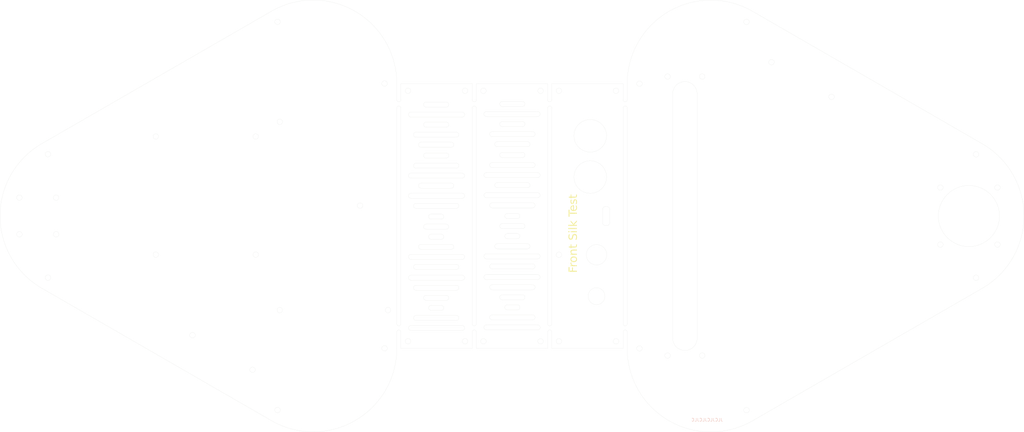
<source format=kicad_pcb>
(kicad_pcb
	(version 20240108)
	(generator "pcbnew")
	(generator_version "8.0")
	(general
		(thickness 1.6)
		(legacy_teardrops no)
	)
	(paper "A2")
	(layers
		(0 "F.Cu" signal)
		(31 "B.Cu" signal)
		(32 "B.Adhes" user "B.Adhesive")
		(33 "F.Adhes" user "F.Adhesive")
		(34 "B.Paste" user)
		(35 "F.Paste" user)
		(36 "B.SilkS" user "B.Silkscreen")
		(37 "F.SilkS" user "F.Silkscreen")
		(38 "B.Mask" user)
		(39 "F.Mask" user)
		(40 "Dwgs.User" user "User.Drawings")
		(41 "Cmts.User" user "User.Comments")
		(42 "Eco1.User" user "User.Eco1")
		(43 "Eco2.User" user "User.Eco2")
		(44 "Edge.Cuts" user)
		(45 "Margin" user)
		(46 "B.CrtYd" user "B.Courtyard")
		(47 "F.CrtYd" user "F.Courtyard")
		(48 "B.Fab" user)
		(49 "F.Fab" user)
		(50 "User.1" user)
		(51 "User.2" user)
		(52 "User.3" user)
		(53 "User.4" user)
		(54 "User.5" user)
		(55 "User.6" user)
		(56 "User.7" user)
		(57 "User.8" user)
		(58 "User.9" user)
	)
	(setup
		(stackup
			(layer "F.SilkS"
				(type "Top Silk Screen")
				(color "White")
			)
			(layer "F.Paste"
				(type "Top Solder Paste")
			)
			(layer "F.Mask"
				(type "Top Solder Mask")
				(color "Black")
				(thickness 0.01)
			)
			(layer "F.Cu"
				(type "copper")
				(thickness 0.035)
			)
			(layer "dielectric 1"
				(type "core")
				(thickness 1.51)
				(material "FR4")
				(epsilon_r 4.5)
				(loss_tangent 0.02)
			)
			(layer "B.Cu"
				(type "copper")
				(thickness 0.035)
			)
			(layer "B.Mask"
				(type "Bottom Solder Mask")
				(color "Black")
				(thickness 0.01)
			)
			(layer "B.Paste"
				(type "Bottom Solder Paste")
			)
			(layer "B.SilkS"
				(type "Bottom Silk Screen")
				(color "White")
			)
			(copper_finish "None")
			(dielectric_constraints no)
		)
		(pad_to_mask_clearance 0)
		(allow_soldermask_bridges_in_footprints no)
		(pcbplotparams
			(layerselection 0x00010fc_ffffffff)
			(plot_on_all_layers_selection 0x0000000_00000000)
			(disableapertmacros no)
			(usegerberextensions no)
			(usegerberattributes yes)
			(usegerberadvancedattributes yes)
			(creategerberjobfile yes)
			(dashed_line_dash_ratio 12.000000)
			(dashed_line_gap_ratio 3.000000)
			(svgprecision 4)
			(plotframeref no)
			(viasonmask no)
			(mode 1)
			(useauxorigin no)
			(hpglpennumber 1)
			(hpglpenspeed 20)
			(hpglpendiameter 15.000000)
			(pdf_front_fp_property_popups yes)
			(pdf_back_fp_property_popups yes)
			(dxfpolygonmode yes)
			(dxfimperialunits yes)
			(dxfusepcbnewfont yes)
			(psnegative no)
			(psa4output no)
			(plotreference yes)
			(plotvalue yes)
			(plotfptext yes)
			(plotinvisibletext no)
			(sketchpadsonfab no)
			(subtractmaskfromsilk no)
			(outputformat 1)
			(mirror no)
			(drillshape 1)
			(scaleselection 1)
			(outputdirectory "")
		)
	)
	(net 0 "")
	(gr_curve
		(pts
			(xy 249.415225 259.970205) (xy 249.415225 260.660602) (xy 249.974881 261.220085) (xy 250.665278 261.220085)
		)
		(stroke
			(width 0.05)
			(type default)
		)
		(layer "Edge.Cuts")
		(uuid "0102d8fd-c21c-4f5b-8401-b80e12a34736")
	)
	(gr_line
		(start 354.7 140.000022)
		(end 354.7 147.94015)
		(stroke
			(width 0.05)
			(type default)
		)
		(layer "Edge.Cuts")
		(uuid "02fa3b36-0b37-4bdf-a5de-340433f4cc6b")
	)
	(gr_curve
		(pts
			(xy 312.734722 156.163226) (xy 313.425119 156.163226) (xy 313.984775 155.60357) (xy 313.984775 154.913173)
		)
		(stroke
			(width 0.05)
			(type default)
		)
		(layer "Edge.Cuts")
		(uuid "04592791-2e1f-4364-94e1-155ddbe9e103")
	)
	(gr_circle
		(center 538.283302 218.999983)
		(end 538.283302 217.649983)
		(stroke
			(width 0.05)
			(type default)
		)
		(fill none)
		(layer "Edge.Cuts")
		(uuid "048f71d4-cdf4-40fd-bd5b-abd98b2986c3")
	)
	(gr_circle
		(center 510.283302 190.999983)
		(end 510.283302 189.649983)
		(stroke
			(width 0.05)
			(type default)
		)
		(fill none)
		(layer "Edge.Cuts")
		(uuid "052b7749-020d-4026-805b-cd39e45d02a8")
	)
	(gr_curve
		(pts
			(xy 311.515331 164.79095) (xy 311.515331 164.100553) (xy 310.955675 163.540898) (xy 310.265278 163.540898)
		)
		(stroke
			(width 0.05)
			(type default)
		)
		(layer "Edge.Cuts")
		(uuid "05547e3c-87d7-49be-af81-7e297afa3349")
	)
	(gr_curve
		(pts
			(xy 297.918056 213.635514) (xy 297.227658 213.635514) (xy 296.668175 214.194998) (xy 296.668175 214.885395)
		)
		(stroke
			(width 0.05)
			(type default)
		)
		(layer "Edge.Cuts")
		(uuid "0558731d-e5db-4c19-9d0d-92fbd8b50317")
	)
	(gr_curve
		(pts
			(xy 275.7125 186.431369) (xy 276.402897 186.431369) (xy 276.962381 185.871713) (xy 276.962381 185.181316)
		)
		(stroke
			(width 0.05)
			(type default)
		)
		(layer "Edge.Cuts")
		(uuid "05ec3f7e-f20e-49e3-bc20-f61906590fe3")
	)
	(gr_curve
		(pts
			(xy 249.415225 195.059094) (xy 249.415225 195.749491) (xy 249.974881 196.309147) (xy 250.665278 196.309147)
		)
		(stroke
			(width 0.05)
			(type default)
		)
		(layer "Edge.Cuts")
		(uuid "0620ead1-4770-495b-be8c-0ac45fac99da")
	)
	(gr_circle
		(center 341.65 244.358022)
		(end 341.65 240.208022)
		(stroke
			(width 0.05)
			(type default)
		)
		(fill none)
		(layer "Edge.Cuts")
		(uuid "0642da20-04e0-4041-8653-211c2efb3b56")
	)
	(gr_curve
		(pts
			(xy 294.19873 149.974284) (xy 294.19873 150.664681) (xy 294.758214 151.224337) (xy 295.448611 151.224337)
		)
		(stroke
			(width 0.05)
			(type default)
		)
		(layer "Edge.Cuts")
		(uuid "06a5eae1-c0ec-4b35-9868-93abd981dbd1")
	)
	(gr_line
		(start 317.7 140.000022)
		(end 282.7 140.000022)
		(stroke
			(width 0.05)
			(type default)
		)
		(layer "Edge.Cuts")
		(uuid "08f9de1e-1b2c-4123-a246-d476c84cc5d0")
	)
	(gr_curve
		(pts
			(xy 255.604167 188.870152) (xy 254.91377 188.870152) (xy 254.354114 189.429808) (xy 254.354114 190.120205)
		)
		(stroke
			(width 0.05)
			(type default)
		)
		(layer "Edge.Cuts")
		(uuid "0945f28a-7228-45eb-8650-0bf5de25a38a")
	)
	(gr_circle
		(center 125.51 223.947187)
		(end 125.51 222.597187)
		(stroke
			(width 0.05)
			(type default)
		)
		(fill none)
		(layer "Edge.Cuts")
		(uuid "09e4d424-2095-4086-a303-751c8932e0bd")
	)
	(gr_line
		(start 290.509722 241.182498)
		(end 310.265278 241.182498)
		(stroke
			(width 0.05)
			(type default)
		)
		(layer "Edge.Cuts")
		(uuid "0a5aa621-ee7d-48d1-b0aa-f4d5c7df17fd")
	)
	(gr_curve
		(pts
			(xy 250.665278 223.795324) (xy 249.974881 223.795324) (xy 249.415225 224.354808) (xy 249.415225 225.045205)
		)
		(stroke
			(width 0.05)
			(type default)
		)
		(layer "Edge.Cuts")
		(uuid "0a92ea7a-8fb8-4878-bdc1-8b28e256182b")
	)
	(gr_line
		(start 258.073611 211.478419)
		(end 267.951389 211.478419)
		(stroke
			(width 0.05)
			(type default)
		)
		(layer "Edge.Cuts")
		(uuid "0aa7fc46-9d82-4464-a0dd-c870499811d3")
	)
	(gr_line
		(start 280.7 151.94015)
		(end 280.7 257.94015)
		(stroke
			(width 0.05)
			(type default)
		)
		(layer "Edge.Cuts")
		(uuid "0b30a89b-870b-4fa9-848d-250673a32ee8")
	)
	(gr_line
		(start 307.795833 218.574403)
		(end 292.979167 218.574403)
		(stroke
			(width 0.05)
			(type default)
		)
		(layer "Edge.Cuts")
		(uuid "0b45e581-15b5-4e52-81f7-a55c8884479b")
	)
	(gr_curve
		(pts
			(xy 266.731825 215.167427) (xy 266.731825 214.47703) (xy 266.172342 213.917546) (xy 265.481944 213.917546)
		)
		(stroke
			(width 0.05)
			(type default)
		)
		(layer "Edge.Cuts")
		(uuid "0b608a51-cc2e-4ab8-9d7b-860b245b544d")
	)
	(gr_curve
		(pts
			(xy 272.890278 166.323035) (xy 273.580675 166.323035) (xy 274.140158 165.76338) (xy 274.140158 165.072983)
		)
		(stroke
			(width 0.05)
			(type default)
		)
		(layer "Edge.Cuts")
		(uuid "0b65ba35-f7fa-4c7d-bfbf-bf6454036945")
	)
	(gr_arc
		(start 354.7 151.94015)
		(mid 355.7 150.94015)
		(end 356.7 151.94015)
		(stroke
			(width 0.05)
			(type default)
		)
		(layer "Edge.Cuts")
		(uuid "0d50781e-32b0-4a8c-bb62-174241364f70")
	)
	(gr_curve
		(pts
			(xy 249.415225 225.045205) (xy 249.415225 225.735602) (xy 249.974881 226.295085) (xy 250.665278 226.295085)
		)
		(stroke
			(width 0.05)
			(type default)
		)
		(layer "Edge.Cuts")
		(uuid "0dc43f4d-d146-4a52-9c72-139a389968c4")
	)
	(gr_line
		(start 250.665278 261.220085)
		(end 275.7125 261.220085)
		(stroke
			(width 0.05)
			(type default)
		)
		(layer "Edge.Cuts")
		(uuid "0e0c96b0-4faf-49c5-8156-48f622130e87")
	)
	(gr_line
		(start 258.073611 151.506369)
		(end 267.951389 151.506369)
		(stroke
			(width 0.05)
			(type default)
		)
		(layer "Edge.Cuts")
		(uuid "0fce23e8-75dc-481f-9558-3f1f6e6ad9a2")
	)
	(gr_curve
		(pts
			(xy 311.515331 229.702062) (xy 311.515331 229.011664) (xy 310.955675 228.452181) (xy 310.265278 228.452181)
		)
		(stroke
			(width 0.05)
			(type default)
		)
		(layer "Edge.Cuts")
		(uuid "0ffb0588-0011-41b5-8e99-ef1add9c4329")
	)
	(gr_line
		(start 297.918056 206.257498)
		(end 302.856944 206.257498)
		(stroke
			(width 0.05)
			(type default)
		)
		(layer "Edge.Cuts")
		(uuid "101e3784-7e7d-4539-83cd-cb6cfd229eef")
	)
	(gr_curve
		(pts
			(xy 251.884669 240.214649) (xy 251.884669 240.905046) (xy 252.444325 241.46453) (xy 253.134722 241.46453)
		)
		(stroke
			(width 0.05)
			(type default)
		)
		(layer "Edge.Cuts")
		(uuid "104d4e9e-97aa-4b82-9f04-8899acef077f")
	)
	(gr_line
		(start 297.918056 216.135276)
		(end 302.856944 216.135276)
		(stroke
			(width 0.05)
			(type default)
		)
		(layer "Edge.Cuts")
		(uuid "1064860a-266f-4cb8-a3a6-c3b765d1e5de")
	)
	(gr_circle
		(center 524.283302 204.999983)
		(end 524.283302 189.999983)
		(stroke
			(width 0.05)
			(type default)
		)
		(fill none)
		(layer "Edge.Cuts")
		(uuid "10d5f32f-64a6-469c-bc0f-e5233d27e755")
	)
	(gr_curve
		(pts
			(xy 276.962381 155.195205) (xy 276.962381 154.504808) (xy 276.402897 153.945152) (xy 275.7125 153.945152)
		)
		(stroke
			(width 0.05)
			(type default)
		)
		(layer "Edge.Cuts")
		(uuid "11342511-19f1-4aad-aabe-7119865adc8e")
	)
	(gr_curve
		(pts
			(xy 265.481944 206.53953) (xy 266.172342 206.53953) (xy 266.731825 205.980046) (xy 266.731825 205.289649)
		)
		(stroke
			(width 0.05)
			(type default)
		)
		(layer "Edge.Cuts")
		(uuid "11976157-9ce8-45a6-942a-d826110b981e")
	)
	(gr_line
		(start 275.7125 153.945152)
		(end 250.665278 153.945152)
		(stroke
			(width 0.05)
			(type default)
		)
		(layer "Edge.Cuts")
		(uuid "12e4a851-affc-47a5-bc27-dc88dcb993b1")
	)
	(gr_arc
		(start 344.59 201.78005)
		(mid 345.014695 200.754745)
		(end 346.04 200.33005)
		(stroke
			(width 0.05)
			(type default)
		)
		(layer "Edge.Cuts")
		(uuid "14e48a3a-6baf-4dfc-8f53-477bf513fd64")
	)
	(gr_line
		(start 265.481944 204.039596)
		(end 260.543056 204.039596)
		(stroke
			(width 0.05)
			(type default)
		)
		(layer "Edge.Cuts")
		(uuid "15284c21-bacc-448e-9e19-ccc63a1b41fd")
	)
	(gr_line
		(start 319.7 147.94015)
		(end 319.7 140.000022)
		(stroke
			(width 0.05)
			(type default)
		)
		(layer "Edge.Cuts")
		(uuid "15394a95-af3c-489b-8590-a3816c4e8b7b")
	)
	(gr_curve
		(pts
			(xy 312.734722 186.149337) (xy 313.425119 186.149337) (xy 313.984775 185.589681) (xy 313.984775 184.899284)
		)
		(stroke
			(width 0.05)
			(type default)
		)
		(layer "Edge.Cuts")
		(uuid "15dc9b54-d78f-4a28-bb28-e910e30a0b60")
	)
	(gr_curve
		(pts
			(xy 294.19873 175.021506) (xy 294.19873 175.711903) (xy 294.758214 176.271559) (xy 295.448611 176.271559)
		)
		(stroke
			(width 0.05)
			(type default)
		)
		(layer "Edge.Cuts")
		(uuid "15ebb03b-0c91-4a9a-b42e-f77a6c7319fb")
	)
	(gr_curve
		(pts
			(xy 274.140158 165.072983) (xy 274.140158 164.382585) (xy 273.580675 163.82293) (xy 272.890278 163.82293)
		)
		(stroke
			(width 0.05)
			(type default)
		)
		(layer "Edge.Cuts")
		(uuid "171c4dd0-6106-480f-9b81-85bb569bf782")
	)
	(gr_line
		(start 250.665278 186.431369)
		(end 275.7125 186.431369)
		(stroke
			(width 0.05)
			(type default)
		)
		(layer "Edge.Cuts")
		(uuid "17276658-bfa8-4ea9-bc1e-eb50e40f9563")
	)
	(gr_line
		(start 272.890278 178.992374)
		(end 253.134722 178.992374)
		(stroke
			(width 0.05)
			(type default)
		)
		(layer "Edge.Cuts")
		(uuid "1732a63a-ab7b-421d-910b-33216722a0d9")
	)
	(gr_curve
		(pts
			(xy 302.856944 216.135276) (xy 303.547342 216.135276) (xy 304.106997 215.575792) (xy 304.106997 214.885395)
		)
		(stroke
			(width 0.05)
			(type default)
		)
		(layer "Edge.Cuts")
		(uuid "19033655-2203-4ecd-bbc6-04e38f18e234")
	)
	(gr_curve
		(pts
			(xy 289.259842 254.749284) (xy 289.259842 255.439681) (xy 289.819325 255.999164) (xy 290.509722 255.999164)
		)
		(stroke
			(width 0.05)
			(type default)
		)
		(layer "Edge.Cuts")
		(uuid "1a252e33-6158-4a44-b9bd-e1579c3bee66")
	)
	(gr_line
		(start 287.6875 226.013053)
		(end 312.734722 226.013053)
		(stroke
			(width 0.05)
			(type default)
		)
		(layer "Edge.Cuts")
		(uuid "1a867b8c-7874-4cd4-8c3d-c9d6be3e434c")
	)
	(gr_line
		(start 253.134722 256.281196)
		(end 272.890278 256.281196)
		(stroke
			(width 0.05)
			(type default)
		)
		(layer "Edge.Cuts")
		(uuid "1b23028b-bf7b-4582-80c4-4d933d01830f")
	)
	(gr_arc
		(start 317.7 261.94015)
		(mid 318.7 260.94015)
		(end 319.7 261.94015)
		(stroke
			(width 0.05)
			(type default)
		)
		(layer "Edge.Cuts")
		(uuid "1c3e0bb7-8651-4d95-9cb3-1f3e9cb782ba")
	)
	(gr_line
		(start 317.7 140.000022)
		(end 317.7 147.94015)
		(stroke
			(width 0.05)
			(type default)
		)
		(layer "Edge.Cuts")
		(uuid "1c7565a4-e2ea-4143-8cee-1ef41f24e9da")
	)
	(gr_curve
		(pts
			(xy 287.6875 223.513292) (xy 286.997103 223.513292) (xy 286.437619 224.072776) (xy 286.437619 224.763173)
		)
		(stroke
			(width 0.05)
			(type default)
		)
		(layer "Edge.Cuts")
		(uuid "1c9ba0de-6073-4824-a470-93a37ee3672e")
	)
	(gr_curve
		(pts
			(xy 251.884669 199.997983) (xy 251.884669 200.68838) (xy 252.444325 201.248035) (xy 253.134722 201.248035)
		)
		(stroke
			(width 0.05)
			(type default)
		)
		(layer "Edge.Cuts")
		(uuid "1ca4e4b7-f2c8-4fcc-9ee6-d6ce19299efc")
	)
	(gr_curve
		(pts
			(xy 271.670714 220.106316) (xy 271.670714 219.415919) (xy 271.11123 218.856435) (xy 270.420833 218.856435)
		)
		(stroke
			(width 0.05)
			(type default)
		)
		(layer "Edge.Cuts")
		(uuid "1ddb87a2-2b5b-4510-a972-7ae14918946f")
	)
	(gr_curve
		(pts
			(xy 259.293003 250.092427) (xy 259.293003 250.782824) (xy 259.852658 251.342308) (xy 260.543056 251.342308)
		)
		(stroke
			(width 0.05)
			(type default)
		)
		(layer "Edge.Cuts")
		(uuid "1e370faa-5ae8-4cff-904b-c4aaa48989d2")
	)
	(gr_curve
		(pts
			(xy 267.951389 246.403419) (xy 268.641786 246.403419) (xy 269.20127 245.843935) (xy 269.20127 245.153538)
		)
		(stroke
			(width 0.05)
			(type default)
		)
		(layer "Edge.Cuts")
		(uuid "1e9c972c-a43b-4ebf-ad8e-fbd5721f8220")
	)
	(gr_arc
		(start 354.7 261.94015)
		(mid 355.7 260.94015)
		(end 356.7 261.94015)
		(stroke
			(width 0.05)
			(type default)
		)
		(layer "Edge.Cuts")
		(uuid "1f1d7d3f-1e84-4b62-addd-aae336b4a801")
	)
	(gr_curve
		(pts
			(xy 256.823558 150.256316) (xy 256.823558 150.946713) (xy 257.383214 151.506369) (xy 258.073611 151.506369)
		)
		(stroke
			(width 0.05)
			(type default)
		)
		(layer "Edge.Cuts")
		(uuid "201458de-193b-4d7a-8963-0f4b2878bb0a")
	)
	(gr_line
		(start 280.7 140.000022)
		(end 280.7 147.94015)
		(stroke
			(width 0.05)
			(type default)
		)
		(layer "Edge.Cuts")
		(uuid "208f0be5-86fd-4d21-893d-d714226a3309")
	)
	(gr_line
		(start 245.7 270.000022)
		(end 245.7 261.94015)
		(stroke
			(width 0.05)
			(type default)
		)
		(layer "Edge.Cuts")
		(uuid "20b0cbd7-ab7a-499a-88fc-bfafc9d2145e")
	)
	(gr_curve
		(pts
			(xy 260.543056 204.039596) (xy 259.852658 204.039596) (xy 259.293003 204.599252) (xy 259.293003 205.289649)
		)
		(stroke
			(width 0.05)
			(type default)
		)
		(layer "Edge.Cuts")
		(uuid "215d7fce-caf3-4b51-b622-b65e61c12097")
	)
	(gr_arc
		(start 319.7 257.94015)
		(mid 318.7 258.94015)
		(end 317.7 257.94015)
		(stroke
			(width 0.05)
			(type default)
		)
		(layer "Edge.Cuts")
		(uuid "228cdf94-7395-474c-af35-eaf3327f7535")
	)
	(gr_curve
		(pts
			(xy 254.354114 220.106316) (xy 254.354114 220.796713) (xy 254.91377 221.356196) (xy 255.604167 221.356196)
		)
		(stroke
			(width 0.05)
			(type default)
		)
		(layer "Edge.Cuts")
		(uuid "23fd9cf9-930a-418c-bb29-0d6be63fe404")
	)
	(gr_curve
		(pts
			(xy 289.259842 229.702062) (xy 289.259842 230.392459) (xy 289.819325 230.951942) (xy 290.509722 230.951942)
		)
		(stroke
			(width 0.05)
			(type default)
		)
		(layer "Edge.Cuts")
		(uuid "24000706-3c2f-41aa-b914-afa775c6e93d")
	)
	(gr_curve
		(pts
			(xy 305.326389 151.224337) (xy 306.016786 151.224337) (xy 306.576442 150.664681) (xy 306.576442 149.974284)
		)
		(stroke
			(width 0.05)
			(type default)
		)
		(layer "Edge.Cuts")
		(uuid "24398f07-a7c1-4600-ab0a-f72dec6aa5c0")
	)
	(gr_circle
		(center 323.2 266.500022)
		(end 323.2 265.150022)
		(stroke
			(width 0.05)
			(type default)
		)
		(fill none)
		(layer "Edge.Cuts")
		(uuid "24a5ae0b-c1bc-44ef-b51b-90a436cc0f1f")
	)
	(gr_curve
		(pts
			(xy 249.415225 235.27576) (xy 249.415225 235.966157) (xy 249.974881 236.525641) (xy 250.665278 236.525641)
		)
		(stroke
			(width 0.05)
			(type default)
		)
		(layer "Edge.Cuts")
		(uuid "258ba86d-b695-4c88-88f4-33e448a7d541")
	)
	(gr_line
		(start 275.7125 234.02588)
		(end 250.665278 234.02588)
		(stroke
			(width 0.05)
			(type default)
		)
		(layer "Edge.Cuts")
		(uuid "26b45ecd-4d55-4ea5-9af5-6b76e1c68ac8")
	)
	(gr_curve
		(pts
			(xy 267.951389 161.384147) (xy 268.641786 161.384147) (xy 269.20127 160.824491) (xy 269.20127 160.134094)
		)
		(stroke
			(width 0.05)
			(type default)
		)
		(layer "Edge.Cuts")
		(uuid "26b889bb-ebb1-4f7d-a14d-f8f4986ddc78")
	)
	(gr_arc
		(start 356.7 147.94015)
		(mid 355.7 148.94015)
		(end 354.7 147.94015)
		(stroke
			(width 0.05)
			(type default)
		)
		(layer "Edge.Cuts")
		(uuid "2773bbfe-5952-40f1-907c-167f5e6cb96e")
	)
	(gr_curve
		(pts
			(xy 306.576442 159.852062) (xy 306.576442 159.161664) (xy 306.016786 158.602009) (xy 305.326389 158.602009)
		)
		(stroke
			(width 0.05)
			(type default)
		)
		(layer "Edge.Cuts")
		(uuid "2776d937-b5fd-4fe4-836f-da24b222a5ad")
	)
	(gr_line
		(start 272.890278 253.781435)
		(end 253.134722 253.781435)
		(stroke
			(width 0.05)
			(type default)
		)
		(layer "Edge.Cuts")
		(uuid "27c61638-e615-4bcb-98b7-b02b3b5f040e")
	)
	(gr_circle
		(center 456.898385 146.465374)
		(end 456.898385 145.115374)
		(stroke
			(width 0.05)
			(type default)
		)
		(fill none)
		(layer "Edge.Cuts")
		(uuid "27e6719c-7043-4cbd-9bf4-b32e2038b947")
	)
	(gr_arc
		(start 282.7 257.94015)
		(mid 281.7 258.94015)
		(end 280.7 257.94015)
		(stroke
			(width 0.05)
			(type default)
		)
		(layer "Edge.Cuts")
		(uuid "283ef261-0d8b-4a6d-b0b7-d995984cfd01")
	)
	(gr_arc
		(start 69.616699 240.454229)
		(mid 49.116698 204.947187)
		(end 69.616698 169.440145)
		(stroke
			(width 0.05)
			(type default)
		)
		(layer "Edge.Cuts")
		(uuid "28c650f5-e816-46f8-b949-30b49e802272")
	)
	(gr_circle
		(center 225.682 199.867187)
		(end 225.682 198.517187)
		(stroke
			(width 0.05)
			(type default)
		)
		(fill none)
		(layer "Edge.Cuts")
		(uuid "291bbb89-13ef-4c3d-b44d-068cd32bc265")
	)
	(gr_line
		(start 255.604167 191.370258)
		(end 270.420833 191.370258)
		(stroke
			(width 0.05)
			(type default)
		)
		(layer "Edge.Cuts")
		(uuid "291e63e1-fceb-4734-a2d2-bec7e0af528a")
	)
	(gr_curve
		(pts
			(xy 289.259842 239.932617) (xy 289.259842 240.623014) (xy 289.819325 241.182498) (xy 290.509722 241.182498)
		)
		(stroke
			(width 0.05)
			(type default)
		)
		(layer "Edge.Cuts")
		(uuid "2b06d090-6a21-4a1f-ae67-4210ebff3f32")
	)
	(gr_line
		(start 348.15 208.22005)
		(end 348.15 201.771139)
		(stroke
			(width 0.05)
			(type default)
		)
		(layer "Edge.Cuts")
		(uuid "2bc4a137-58fe-43ec-84fc-7d6cccae1001")
	)
	(gr_line
		(start 310.265278 228.452181)
		(end 290.509722 228.452181)
		(stroke
			(width 0.05)
			(type default)
		)
		(layer "Edge.Cuts")
		(uuid "2cebe0f0-b7aa-4e29-ae4f-da28d4f02962")
	)
	(gr_curve
		(pts
			(xy 305.326389 211.196387) (xy 306.016786 211.196387) (xy 306.576442 210.636903) (xy 306.576442 209.946506)
		)
		(stroke
			(width 0.05)
			(type default)
		)
		(layer "Edge.Cuts")
		(uuid "2cf463ef-ce40-4294-9be0-496c816b6616")
	)
	(gr_line
		(start 245.7 270.000022)
		(end 280.7 270.000022)
		(stroke
			(width 0.05)
			(type default)
		)
		(layer "Edge.Cuts")
		(uuid "2d75d576-b10f-4043-a42f-400f380b6a99")
	)
	(gr_curve
		(pts
			(xy 313.984775 184.899284) (xy 313.984775 184.208887) (xy 313.425119 183.649231) (xy 312.734722 183.649231)
		)
		(stroke
			(width 0.05)
			(type default)
		)
		(layer "Edge.Cuts")
		(uuid "2e81f8e4-00e4-456c-b001-17646ff27a75")
	)
	(gr_line
		(start 310.265278 198.465898)
		(end 290.509722 198.465898)
		(stroke
			(width 0.05)
			(type default)
		)
		(layer "Edge.Cuts")
		(uuid "2ec9b5ff-47a5-4840-b789-ad2c1fdeb5e1")
	)
	(gr_arc
		(start 379 145.00005)
		(mid 385 138.999981)
		(end 391 145.00005)
		(stroke
			(width 0.05)
			(type default)
		)
		(layer "Edge.Cuts")
		(uuid "2ecbebea-8b23-4544-b4db-65493623394e")
	)
	(gr_line
		(start 530.783318 169.492952)
		(end 418.157815 104.468587)
		(stroke
			(width 0.05)
			(type default)
		)
		(layer "Edge.Cuts")
		(uuid "2efe105c-cdd0-410a-a17c-68f53aebfbe1")
	)
	(gr_curve
		(pts
			(xy 255.604167 168.761819) (xy 254.91377 168.761819) (xy 254.354114 169.321474) (xy 254.354114 170.011871)
		)
		(stroke
			(width 0.05)
			(type default)
		)
		(layer "Edge.Cuts")
		(uuid "309b6412-9148-4244-bf68-c048b425f043")
	)
	(gr_line
		(start 312.734722 258.438292)
		(end 287.6875 258.438292)
		(stroke
			(width 0.05)
			(type default)
		)
		(layer "Edge.Cuts")
		(uuid "3131b185-080c-471c-aed0-8bcee44cdb78")
	)
	(gr_curve
		(pts
			(xy 251.884669 229.984094) (xy 251.884669 230.674491) (xy 252.444325 231.233974) (xy 253.134722 231.233974)
		)
		(stroke
			(width 0.05)
			(type default)
		)
		(layer "Edge.Cuts")
		(uuid "31545765-3388-4528-bdec-7c4350013337")
	)
	(gr_curve
		(pts
			(xy 311.515331 254.749284) (xy 311.515331 254.058887) (xy 310.955675 253.499403) (xy 310.265278 253.499403)
		)
		(stroke
			(width 0.05)
			(type default)
		)
		(layer "Edge.Cuts")
		(uuid "331aac42-9b4f-4784-87de-ab65b805976d")
	)
	(gr_curve
		(pts
			(xy 249.415225 155.195205) (xy 249.415225 155.885602) (xy 249.974881 156.445258) (xy 250.665278 156.445258)
		)
		(stroke
			(width 0.05)
			(type default)
		)
		(layer "Edge.Cuts")
		(uuid "33499e7e-3fc8-4244-98ce-634f6dc0a4f1")
	)
	(gr_curve
		(pts
			(xy 289.259842 164.79095) (xy 289.259842 165.481348) (xy 289.819325 166.041003) (xy 290.509722 166.041003)
		)
		(stroke
			(width 0.05)
			(type default)
		)
		(layer "Edge.Cuts")
		(uuid "33e45aa9-850e-4368-b56e-9a71fe574036")
	)
	(gr_curve
		(pts
			(xy 275.7125 226.295085) (xy 276.402897 226.295085) (xy 276.962381 225.735602) (xy 276.962381 225.045205)
		)
		(stroke
			(width 0.05)
			(type default)
		)
		(layer "Edge.Cuts")
		(uuid "33e5baeb-f9e0-4bac-a9e4-8e4dabba09b7")
	)
	(gr_circle
		(center 237.7 139.947195)
		(end 237.7 138.597195)
		(stroke
			(width 0.05)
			(type default)
		)
		(fill none)
		(layer "Edge.Cuts")
		(uuid "3508d333-1829-47ed-9baf-427c593ce592")
	)
	(gr_circle
		(center 143.501615 263.481796)
		(end 143.501615 262.131796)
		(stroke
			(width 0.05)
			(type default)
		)
		(fill none)
		(layer "Edge.Cuts")
		(uuid "35469eb3-27ed-4d4f-b396-5d523770e49b")
	)
	(gr_line
		(start 250.665278 196.309147)
		(end 275.7125 196.309147)
		(stroke
			(width 0.05)
			(type default)
		)
		(layer "Edge.Cuts")
		(uuid "366ed9be-9260-4c25-afd3-bea911305232")
	)
	(gr_curve
		(pts
			(xy 274.140158 180.242427) (xy 274.140158 179.55203) (xy 273.580675 178.992374) (xy 272.890278 178.992374)
		)
		(stroke
			(width 0.05)
			(type default)
		)
		(layer "Edge.Cuts")
		(uuid "36f68ae7-7b15-4aef-9ba3-2cc092c05500")
	)
	(gr_line
		(start 253.134722 241.46453)
		(end 272.890278 241.46453)
		(stroke
			(width 0.05)
			(type default)
		)
		(layer "Edge.Cuts")
		(uuid "378f6c53-24d3-42f0-a042-1bcf2a590621")
	)
	(gr_curve
		(pts
			(xy 292.979167 218.574403) (xy 292.28877 218.574403) (xy 291.729286 219.133887) (xy 291.729286 219.824284)
		)
		(stroke
			(width 0.05)
			(type default)
		)
		(layer "Edge.Cuts")
		(uuid "3b064e97-c4af-4211-9de3-5fa68f60ec33")
	)
	(gr_curve
		(pts
			(xy 276.962381 225.045205) (xy 276.962381 224.354808) (xy 276.402897 223.795324) (xy 275.7125 223.795324)
		)
		(stroke
			(width 0.05)
			(type default)
		)
		(layer "Edge.Cuts")
		(uuid "3b3e9302-4683-4711-9b44-846463d7884f")
	)
	(gr_line
		(start 287.6875 260.938053)
		(end 312.734722 260.938053)
		(stroke
			(width 0.05)
			(type default)
		)
		(layer "Edge.Cuts")
		(uuid "3b9b881f-fb32-4a8f-86e0-b8ba92f35bc3")
	)
	(gr_arc
		(start 243.7 269.94722)
		(mid 223.179246 305.466226)
		(end 182.158518 305.430279)
		(stroke
			(width 0.05)
			(type default)
		)
		(layer "Edge.Cuts")
		(uuid "3bcaec1e-b854-4549-8d6e-2fb3150f6b03")
	)
	(gr_line
		(start 310.265278 238.682736)
		(end 290.509722 238.682736)
		(stroke
			(width 0.05)
			(type default)
		)
		(layer "Edge.Cuts")
		(uuid "3c316d9b-b80a-4d41-acaa-e93b5bfbb50b")
	)
	(gr_curve
		(pts
			(xy 311.515331 199.71595) (xy 311.515331 199.025553) (xy 310.955675 198.465898) (xy 310.265278 198.465898)
		)
		(stroke
			(width 0.05)
			(type default)
		)
		(layer "Edge.Cuts")
		(uuid "3c4db1af-201f-4321-9ab4-adf2afafd270")
	)
	(gr_line
		(start 250.665278 236.525641)
		(end 275.7125 236.525641)
		(stroke
			(width 0.05)
			(type default)
		)
		(layer "Edge.Cuts")
		(uuid "3d653dd2-bb77-472a-822e-3a69324caf5f")
	)
	(gr_curve
		(pts
			(xy 294.19873 244.871506) (xy 294.19873 245.561903) (xy 294.758214 246.121387) (xy 295.448611 246.121387)
		)
		(stroke
			(width 0.05)
			(type default)
		)
		(layer "Edge.Cuts")
		(uuid "3d672dca-1ceb-47db-b82b-473393834bf8")
	)
	(gr_arc
		(start 282.7 147.94015)
		(mid 281.7 148.94015)
		(end 280.7 147.94015)
		(stroke
			(width 0.05)
			(type default)
		)
		(layer "Edge.Cuts")
		(uuid "3e019cfa-240a-4e48-aa18-c6962992a4e1")
	)
	(gr_curve
		(pts
			(xy 286.437619 154.913173) (xy 286.437619 155.60357) (xy 286.997103 156.163226) (xy 287.6875 156.163226)
		)
		(stroke
			(width 0.05)
			(type default)
		)
		(layer "Edge.Cuts")
		(uuid "3e42f576-b041-454f-ab90-4429fa2ac23a")
	)
	(gr_curve
		(pts
			(xy 270.420833 171.261924) (xy 271.11123 171.261924) (xy 271.670714 170.702269) (xy 271.670714 170.011871)
		)
		(stroke
			(width 0.05)
			(type default)
		)
		(layer "Edge.Cuts")
		(uuid "3edfde6f-468d-4125-9c09-5bb8955a18fa")
	)
	(gr_line
		(start 265.481944 213.917546)
		(end 260.543056 213.917546)
		(stroke
			(width 0.05)
			(type default)
		)
		(layer "Edge.Cuts")
		(uuid "3f4ed9ab-dffc-4a43-9808-56b2f58dcbd3")
	)
	(gr_curve
		(pts
			(xy 253.134722 198.74793) (xy 252.444325 198.74793) (xy 251.884669 199.307585) (xy 251.884669 199.997983)
		)
		(stroke
			(width 0.05)
			(type default)
		)
		(layer "Edge.Cuts")
		(uuid "3f85bd3a-f355-4e09-9483-e2693d33e73c")
	)
	(gr_arc
		(start 280.7 151.94015)
		(mid 281.7 150.94015)
		(end 282.7 151.94015)
		(stroke
			(width 0.05)
			(type default)
		)
		(layer "Edge.Cuts")
		(uuid "3f86ba90-357e-4a34-96c4-3f287055860f")
	)
	(gr_curve
		(pts
			(xy 265.481944 216.417308) (xy 266.172342 216.417308) (xy 266.731825 215.857824) (xy 266.731825 215.167427)
		)
		(stroke
			(width 0.05)
			(type default)
		)
		(layer "Edge.Cuts")
		(uuid "41a94fb2-7366-4070-a231-d4b6a87d74b2")
	)
	(gr_circle
		(center 249.2 143.500022)
		(end 249.2 142.150022)
		(stroke
			(width 0.05)
			(type default)
		)
		(fill none)
		(layer "Edge.Cuts")
		(uuid "41b68f6d-193f-466e-b06b-3e887934ea38")
	)
	(gr_curve
		(pts
			(xy 306.576442 244.871506) (xy 306.576442 244.181109) (xy 306.016786 243.621625) (xy 305.326389 243.621625)
		)
		(stroke
			(width 0.05)
			(type default)
		)
		(layer "Edge.Cuts")
		(uuid "41c7e24e-5f93-493b-8c38-7d8b017a4f1e")
	)
	(gr_curve
		(pts
			(xy 253.134722 253.781435) (xy 252.444325 253.781435) (xy 251.884669 254.340919) (xy 251.884669 255.031316)
		)
		(stroke
			(width 0.05)
			(type default)
		)
		(layer "Edge.Cuts")
		(uuid "41c7ec2d-55fa-4705-8a32-a6d1177c5aab")
	)
	(gr_line
		(start 272.890278 228.734213)
		(end 253.134722 228.734213)
		(stroke
			(width 0.05)
			(type default)
		)
		(layer "Edge.Cuts")
		(uuid "425e2400-5d79-44bb-ae17-ce077a5f0451")
	)
	(gr_curve
		(pts
			(xy 312.734722 226.013053) (xy 313.425119 226.013053) (xy 313.984775 225.45357) (xy 313.984775 224.763173)
		)
		(stroke
			(width 0.05)
			(type default)
		)
		(layer "Edge.Cuts")
		(uuid "429aaa66-d22f-47dc-bd31-5e27f67cdd14")
	)
	(gr_curve
		(pts
			(xy 253.134722 228.734213) (xy 252.444325 228.734213) (xy 251.884669 229.293696) (xy 251.884669 229.984094)
		)
		(stroke
			(width 0.05)
			(type default)
		)
		(layer "Edge.Cuts")
		(uuid "431c8614-fab6-40e1-bea3-fef6468fe0a3")
	)
	(gr_line
		(start 305.326389 243.621625)
		(end 295.448611 243.621625)
		(stroke
			(width 0.05)
			(type default)
		)
		(layer "Edge.Cuts")
		(uuid "445fa3e2-c479-4a28-9642-080f1bfa1842")
	)
	(gr_curve
		(pts
			(xy 253.134722 178.992374) (xy 252.444325 178.992374) (xy 251.884669 179.55203) (xy 251.884669 180.242427)
		)
		(stroke
			(width 0.05)
			(type default)
		)
		(layer "Edge.Cuts")
		(uuid "44a2410f-9331-4c09-b7e9-29654f83d9a0")
	)
	(gr_circle
		(center 58.616697 195.947187)
		(end 58.616697 194.597187)
		(stroke
			(width 0.05)
			(type default)
		)
		(fill none)
		(layer "Edge.Cuts")
		(uuid "44fe0a07-b26d-4c76-9fe2-6cefa1107a82")
	)
	(gr_curve
		(pts
			(xy 258.073611 243.903657) (xy 257.383214 243.903657) (xy 256.823558 244.463141) (xy 256.823558 245.153538)
		)
		(stroke
			(width 0.05)
			(type default)
		)
		(layer "Edge.Cuts")
		(uuid "45052a19-392f-4245-85cb-67421a3b2d7e")
	)
	(gr_curve
		(pts
			(xy 272.890278 231.233974) (xy 273.580675 231.233974) (xy 274.140158 230.674491) (xy 274.140158 229.984094)
		)
		(stroke
			(width 0.05)
			(type default)
		)
		(layer "Edge.Cuts")
		(uuid "45816a47-803c-4f34-93aa-1088626c3def")
	)
	(gr_curve
		(pts
			(xy 296.668175 214.885395) (xy 296.668175 215.575792) (xy 297.227658 216.135276) (xy 297.918056 216.135276)
		)
		(stroke
			(width 0.05)
			(type default)
		)
		(layer "Edge.Cuts")
		(uuid "4701a763-8d20-4721-ac25-fc92b304cada")
	)
	(gr_curve
		(pts
			(xy 309.045886 189.838173) (xy 309.045886 189.147776) (xy 308.48623 188.58812) (xy 307.795833 188.58812)
		)
		(stroke
			(width 0.05)
			(type default)
		)
		(layer "Edge.Cuts")
		(uuid "47f2c01b-6fa7-4cdc-ae8f-68a2f53185e1")
	)
	(gr_curve
		(pts
			(xy 295.448611 173.771453) (xy 294.758214 173.771453) (xy 294.19873 174.331109) (xy 294.19873 175.021506)
		)
		(stroke
			(width 0.05)
			(type default)
		)
		(layer "Edge.Cuts")
		(uuid "48735293-5a35-4826-831a-366646459703")
	)
	(gr_line
		(start 290.509722 181.210448)
		(end 310.265278 181.210448)
		(stroke
			(width 0.05)
			(type default)
		)
		(layer "Edge.Cuts")
		(uuid "499fa990-1ac5-4959-bae0-90141d7c9bf2")
	)
	(gr_curve
		(pts
			(xy 287.6875 153.66312) (xy 286.997103 153.66312) (xy 286.437619 154.222776) (xy 286.437619 154.913173)
		)
		(stroke
			(width 0.05)
			(type default)
		)
		(layer "Edge.Cuts")
		(uuid "4a28f91b-d6da-4fdc-8749-e5b95de94da6")
	)
	(gr_curve
		(pts
			(xy 276.962381 195.059094) (xy 276.962381 194.368696) (xy 276.402897 193.809041) (xy 275.7125 193.809041)
		)
		(stroke
			(width 0.05)
			(type default)
		)
		(layer "Edge.Cuts")
		(uuid "4a48a46d-34c7-45cf-922a-02cb2515d0ae")
	)
	(gr_curve
		(pts
			(xy 265.481944 251.342308) (xy 266.172342 251.342308) (xy 266.731825 250.782824) (xy 266.731825 250.092427)
		)
		(stroke
			(width 0.05)
			(type default)
		)
		(layer "Edge.Cuts")
		(uuid "4a88e9d9-27fc-4575-9aea-eef8e4ff98f3")
	)
	(gr_line
		(start 258.073611 176.553591)
		(end 267.951389 176.553591)
		(stroke
			(width 0.05)
			(type default)
		)
		(layer "Edge.Cuts")
		(uuid "4b13f70b-1ab8-4993-a386-04b3efbf2408")
	)
	(gr_arc
		(start 243.7 261.94015)
		(mid 244.7 260.94015)
		(end 245.7 261.94015)
		(stroke
			(width 0.05)
			(type default)
		)
		(layer "Edge.Cuts")
		(uuid "4b670c1a-24c5-4ff1-8808-8df01a587531")
	)
	(gr_circle
		(center 72.616697 235.258076)
		(end 72.616697 233.908076)
		(stroke
			(width 0.05)
			(type default)
		)
		(fill none)
		(layer "Edge.Cuts")
		(uuid "4b96c613-6ecd-428e-8054-2e087b09f70a")
	)
	(gr_line
		(start 253.134722 201.248035)
		(end 272.890278 201.248035)
		(stroke
			(width 0.05)
			(type default)
		)
		(layer "Edge.Cuts")
		(uuid "4c5e566c-dd5d-4f6c-bc52-9793e05e318c")
	)
	(gr_curve
		(pts
			(xy 290.509722 198.465898) (xy 289.819325 198.465898) (xy 289.259842 199.025553) (xy 289.259842 199.71595)
		)
		(stroke
			(width 0.05)
			(type default)
		)
		(layer "Edge.Cuts")
		(uuid "4cb44c6f-5400-43e6-8375-f6dd40a9a4e4")
	)
	(gr_line
		(start 346.6999 200.330022)
		(end 346.04 200.330022)
		(stroke
			(width 0.05)
			(type default)
		)
		(layer "Edge.Cuts")
		(uuid "4cb56687-472c-4459-940a-505cde84a82c")
	)
	(gr_curve
		(pts
			(xy 307.795833 221.074164) (xy 308.48623 221.074164) (xy 309.045886 220.514681) (xy 309.045886 219.824284)
		)
		(stroke
			(width 0.05)
			(type default)
		)
		(layer "Edge.Cuts")
		(uuid "4ed4d004-e03b-4772-bcf4-7a0bd203da87")
	)
	(gr_line
		(start 290.509722 255.999164)
		(end 310.265278 255.999164)
		(stroke
			(width 0.05)
			(type default)
		)
		(layer "Edge.Cuts")
		(uuid "4f348d50-d4e6-42e6-9e21-94574aae0dcd")
	)
	(gr_line
		(start 312.734722 223.513292)
		(end 287.6875 223.513292)
		(stroke
			(width 0.05)
			(type default)
		)
		(layer "Edge.Cuts")
		(uuid "50473b3f-6c02-48c1-b82f-5bb8b0358da9")
	)
	(gr_circle
		(center 286.2 266.500022)
		(end 286.2 265.150022)
		(stroke
			(width 0.05)
			(type default)
		)
		(fill none)
		(layer "Edge.Cuts")
		(uuid "5116b2c2-e582-4058-af9e-7502d949ee77")
	)
	(gr_circle
		(center 314.2 266.500022)
		(end 314.2 265.150022)
		(stroke
			(width 0.05)
			(type default)
		)
		(fill none)
		(layer "Edge.Cuts")
		(uuid "525c6c9d-039b-4710-bd58-262368281718")
	)
	(gr_line
		(start 344.59 201.78005)
		(end 344.59 208.234197)
		(stroke
			(width 0.05)
			(type default)
		)
		(layer "Edge.Cuts")
		(uuid "526c50ed-2dc8-477f-8401-2daf9c8834ca")
	)
	(gr_line
		(start 290.509722 200.966003)
		(end 310.265278 200.966003)
		(stroke
			(width 0.05)
			(type default)
		)
		(layer "Edge.Cuts")
		(uuid "52f07e2a-6d8c-450a-b4a7-3f6309cf18a5")
	)
	(gr_arc
		(start 245.7 257.94015)
		(mid 244.7 258.94015)
		(end 243.7 257.94015)
		(stroke
			(width 0.05)
			(type default)
		)
		(layer "Edge.Cuts")
		(uuid "53c30829-c643-4c01-b022-b660132624f4")
	)
	(gr_curve
		(pts
			(xy 258.073611 149.006263) (xy 257.383214 149.006263) (xy 256.823558 149.565919) (xy 256.823558 150.256316)
		)
		(stroke
			(width 0.05)
			(type default)
		)
		(layer "Edge.Cuts")
		(uuid "53d087b9-4a27-42a1-999a-3b311a74a095")
	)
	(gr_line
		(start 312.734722 183.649231)
		(end 287.6875 183.649231)
		(stroke
			(width 0.05)
			(type default)
		)
		(layer "Edge.Cuts")
		(uuid "5609710d-6597-4c3c-8aca-137a45bed56f")
	)
	(gr_curve
		(pts
			(xy 295.448611 148.724231) (xy 294.758214 148.724231) (xy 294.19873 149.283887) (xy 294.19873 149.974284)
		)
		(stroke
			(width 0.05)
			(type default)
		)
		(layer "Edge.Cuts")
		(uuid "56bee552-be10-46d2-8a5a-e9af5060957a")
	)
	(gr_curve
		(pts
			(xy 269.20127 210.228538) (xy 269.20127 209.538141) (xy 268.641786 208.978657) (xy 267.951389 208.978657)
		)
		(stroke
			(width 0.05)
			(type default)
		)
		(layer "Edge.Cuts")
		(uuid "56f40a41-c1ac-4589-89dc-ad1307cfa622")
	)
	(gr_line
		(start 295.448611 246.121387)
		(end 305.326389 246.121387)
		(stroke
			(width 0.05)
			(type default)
		)
		(layer "Edge.Cuts")
		(uuid "57268d52-4144-4fae-ae87-c775fa0f0a4f")
	)
	(gr_line
		(start 265.481944 248.842546)
		(end 260.543056 248.842546)
		(stroke
			(width 0.05)
			(type default)
		)
		(layer "Edge.Cuts")
		(uuid "57ce7481-a044-4031-a4d7-1cd179e5f76e")
	)
	(gr_line
		(start 255.604167 221.356196)
		(end 270.420833 221.356196)
		(stroke
			(width 0.05)
			(type default)
		)
		(layer "Edge.Cuts")
		(uuid "582571ee-4110-494c-8351-3ae6031b5fa8")
	)
	(gr_line
		(start 258.073611 161.384147)
		(end 267.951389 161.384147)
		(stroke
			(width 0.05)
			(type default)
		)
		(layer "Edge.Cuts")
		(uuid "5921003a-5e95-4e3e-9d41-c37fe4c757fa")
	)
	(gr_arc
		(start 348.15 208.22005)
		(mid 347.728428 209.242222)
		(end 346.708848 209.670022)
		(stroke
			(width 0.05)
			(type default)
		)
		(layer "Edge.Cuts")
		(uuid "5a056aff-d9e6-45d8-98d0-5f52af3de5f3")
	)
	(gr_curve
		(pts
			(xy 258.073611 174.053485) (xy 257.383214 174.053485) (xy 256.823558 174.613141) (xy 256.823558 175.303538)
		)
		(stroke
			(width 0.05)
			(type default)
		)
		(layer "Edge.Cuts")
		(uuid "5c476aa3-22a7-4df8-bc34-0deada8906f9")
	)
	(gr_line
		(start 282.7 257.94015)
		(end 282.7 151.94015)
		(stroke
			(width 0.05)
			(type default)
		)
		(layer "Edge.Cuts")
		(uuid "5d3a0db6-668a-47e3-8910-33eb60e954ae")
	)
	(gr_curve
		(pts
			(xy 269.20127 160.134094) (xy 269.20127 159.443696) (xy 268.641786 158.884041) (xy 267.951389 158.884041)
		)
		(stroke
			(width 0.05)
			(type default)
		)
		(layer "Edge.Cuts")
		(uuid "5d62bf07-7f6e-4ed6-b52d-e5babbd9f9fb")
	)
	(gr_curve
		(pts
			(xy 313.984775 259.688173) (xy 313.984775 258.997776) (xy 313.425119 258.438292) (xy 312.734722 258.438292)
		)
		(stroke
			(width 0.05)
			(type default)
		)
		(layer "Edge.Cuts")
		(uuid "5e00a299-c775-408d-b97f-ec70ce6241ca")
	)
	(gr_curve
		(pts
			(xy 312.734722 236.243609) (xy 313.425119 236.243609) (xy 313.984775 235.684125) (xy 313.984775 234.993728)
		)
		(stroke
			(width 0.05)
			(type default)
		)
		(layer "Edge.Cuts")
		(uuid "5e7390df-10ba-4993-b179-ac27e03e8220")
	)
	(gr_curve
		(pts
			(xy 267.951389 151.506369) (xy 268.641786 151.506369) (xy 269.20127 150.946713) (xy 269.20127 150.256316)
		)
		(stroke
			(width 0.05)
			(type default)
		)
		(layer "Edge.Cuts")
		(uuid "5f000ab3-3716-46e8-a017-1801ea45e3b8")
	)
	(gr_curve
		(pts
			(xy 290.509722 178.710342) (xy 289.819325 178.710342) (xy 289.259842 179.269998) (xy 289.259842 179.960395)
		)
		(stroke
			(width 0.05)
			(type default)
		)
		(layer "Edge.Cuts")
		(uuid "5f5ee987-f675-4014-84a4-8d4176719f2d")
	)
	(gr_circle
		(center 527.783302 235.310873)
		(end 527.783302 233.960873)
		(stroke
			(width 0.05)
			(type default)
		)
		(fill none)
		(layer "Edge.Cuts")
		(uuid "5fa0dd06-7e30-46d9-a9ea-b5a2e0e8490e")
	)
	(gr_curve
		(pts
			(xy 260.543056 248.842546) (xy 259.852658 248.842546) (xy 259.293003 249.40203) (xy 259.293003 250.092427)
		)
		(stroke
			(width 0.05)
			(type default)
		)
		(layer "Edge.Cuts")
		(uuid "60f5c890-523d-4933-a9f6-b0133ad8d825")
	)
	(gr_arc
		(start 317.7 151.94015)
		(mid 318.7 150.94015)
		(end 319.7 151.94015)
		(stroke
			(width 0.05)
			(type default)
		)
		(layer "Edge.Cuts")
		(uuid "60f7886a-84d2-49b8-87a2-8748229eec9c")
	)
	(gr_circle
		(center 237.7 269.947188)
		(end 237.7 268.597188)
		(stroke
			(width 0.05)
			(type default)
		)
		(fill none)
		(layer "Edge.Cuts")
		(uuid "63477b16-80a8-41d8-afd3-c64897026ad8")
	)
	(gr_line
		(start 275.7125 258.720324)
		(end 250.665278 258.720324)
		(stroke
			(width 0.05)
			(type default)
		)
		(layer "Edge.Cuts")
		(uuid "64a8787a-78f8-461b-87a5-f54a0b706bd2")
	)
	(gr_line
		(start 287.6875 236.243609)
		(end 312.734722 236.243609)
		(stroke
			(width 0.05)
			(type default)
		)
		(layer "Edge.Cuts")
		(uuid "64aaf25a-d782-4924-ac5e-8a534dc68e2f")
	)
	(gr_curve
		(pts
			(xy 271.670714 190.120205) (xy 271.670714 189.429808) (xy 271.11123 188.870152) (xy 270.420833 188.870152)
		)
		(stroke
			(width 0.05)
			(type default)
		)
		(layer "Edge.Cuts")
		(uuid "654e286c-88dd-49ed-8774-08486ef46b4e")
	)
	(gr_line
		(start 305.326389 208.696625)
		(end 295.448611 208.696625)
		(stroke
			(width 0.05)
			(type default)
		)
		(layer "Edge.Cuts")
		(uuid "655e79bb-b64d-42ec-97ce-aae88522ff1b")
	)
	(gr_curve
		(pts
			(xy 251.884669 180.242427) (xy 251.884669 180.932824) (xy 252.444325 181.49248) (xy 253.134722 181.49248)
		)
		(stroke
			(width 0.05)
			(type default)
		)
		(layer "Edge.Cuts")
		(uuid "667b45ad-1132-4b7a-89ca-db8da4e63b17")
	)
	(gr_curve
		(pts
			(xy 294.19873 209.946506) (xy 294.19873 210.636903) (xy 294.758214 211.196387) (xy 295.448611 211.196387)
		)
		(stroke
			(width 0.05)
			(type default)
		)
		(layer "Edge.Cuts")
		(uuid "674e4646-80f8-49f0-957a-56109787d7af")
	)
	(gr_line
		(start 302.856944 203.757564)
		(end 297.918056 203.757564)
		(stroke
			(width 0.05)
			(type default)
		)
		(layer "Edge.Cuts")
		(uuid "68473530-102d-4121-807c-731d1073a2b9")
	)
	(gr_line
		(start 292.979167 221.074164)
		(end 307.795833 221.074164)
		(stroke
			(width 0.05)
			(type default)
		)
		(layer "Edge.Cuts")
		(uuid "68830211-86a0-4333-bf1f-b1434620403e")
	)
	(gr_curve
		(pts
			(xy 259.293003 205.289649) (xy 259.293003 205.980046) (xy 259.852658 206.53953) (xy 260.543056 206.53953)
		)
		(stroke
			(width 0.05)
			(type default)
		)
		(layer "Edge.Cuts")
		(uuid "6931b358-323d-43c9-a079-088f68323b38")
	)
	(gr_line
		(start 267.951389 243.903657)
		(end 258.073611 243.903657)
		(stroke
			(width 0.05)
			(type default)
		)
		(layer "Edge.Cuts")
		(uuid "69e4aa81-436c-4cf5-899f-da125873d6e4")
	)
	(gr_line
		(start 287.6875 196.027114)
		(end 312.734722 196.027114)
		(stroke
			(width 0.05)
			(type default)
		)
		(layer "Edge.Cuts")
		(uuid "6a263653-57dc-47eb-bfc1-915a4734d1b4")
	)
	(gr_line
		(start 280.7 140.000022)
		(end 245.7 140.000022)
		(stroke
			(width 0.05)
			(type default)
		)
		(layer "Edge.Cuts")
		(uuid "6aa75cb5-6010-4093-98a6-af4847a996ce")
	)
	(gr_curve
		(pts
			(xy 259.293003 215.167427) (xy 259.293003 215.857824) (xy 259.852658 216.417308) (xy 260.543056 216.417308)
		)
		(stroke
			(width 0.05)
			(type default)
		)
		(layer "Edge.Cuts")
		(uuid "6ade42fd-55be-4dfa-8605-c53b15bf55d8")
	)
	(gr_circle
		(center 239.398 251.175187)
		(end 239.398 249.825187)
		(stroke
			(width 0.05)
			(type default)
		)
		(fill none)
		(layer "Edge.Cuts")
		(uuid "6aebe927-97f5-46e2-b5f3-ff35c8d7d140")
	)
	(gr_line
		(start 69.616698 169.440145)
		(end 182.199972 104.440161)
		(stroke
			(width 0.05)
			(type default)
		)
		(layer "Edge.Cuts")
		(uuid "6c3b9ab7-0b21-48ef-9642-143dffa166ac")
	)
	(gr_curve
		(pts
			(xy 290.509722 163.540898) (xy 289.819325 163.540898) (xy 289.259842 164.100553) (xy 289.259842 164.79095)
		)
		(stroke
			(width 0.05)
			(type default)
		)
		(layer "Edge.Cuts")
		(uuid "6c726f85-7bed-4a9e-8024-61dd2b2ac7a2")
	)
	(gr_curve
		(pts
			(xy 272.890278 256.281196) (xy 273.580675 256.281196) (xy 274.140158 255.721713) (xy 274.140158 255.031316)
		)
		(stroke
			(width 0.05)
			(type default)
		)
		(layer "Edge.Cuts")
		(uuid "6e73653a-56a7-45a7-a48b-e92a8288241c")
	)
	(gr_circle
		(center 72.616697 174.636298)
		(end 72.616697 173.286298)
		(stroke
			(width 0.05)
			(type default)
		)
		(fill none)
		(layer "Edge.Cuts")
		(uuid "6ea0c75a-f63e-4993-8a67-ebba5cdd16bd")
	)
	(gr_curve
		(pts
			(xy 276.962381 235.27576) (xy 276.962381 234.585363) (xy 276.402897 234.02588) (xy 275.7125 234.02588)
		)
		(stroke
			(width 0.05)
			(type default)
		)
		(layer "Edge.Cuts")
		(uuid "6ed7e71a-2440-4e0b-a2be-0e5857569220")
	)
	(gr_curve
		(pts
			(xy 267.951389 176.553591) (xy 268.641786 176.553591) (xy 269.20127 175.993935) (xy 269.20127 175.303538)
		)
		(stroke
			(width 0.05)
			(type default)
		)
		(layer "Edge.Cuts")
		(uuid "6f0dfe66-bf33-4832-97be-66cc8d0b45e3")
	)
	(gr_line
		(start 302.856944 248.560514)
		(end 297.918056 248.560514)
		(stroke
			(width 0.05)
			(type default)
		)
		(layer "Edge.Cuts")
		(uuid "70ac6850-b3e1-4521-b56d-2b317c3d0ee3")
	)
	(gr_curve
		(pts
			(xy 296.668175 249.810395) (xy 296.668175 250.500792) (xy 297.227658 251.060276) (xy 297.918056 251.060276)
		)
		(stroke
			(width 0.05)
			(type default)
		)
		(layer "Edge.Cuts")
		(uuid "710e914f-fa38-4665-9d55-80499c073d5f")
	)
	(gr_line
		(start 295.448611 211.196387)
		(end 305.326389 211.196387)
		(stroke
			(width 0.05)
			(type default)
		)
		(layer "Edge.Cuts")
		(uuid "717adc62-112e-49c0-8937-7104e571d7ea")
	)
	(gr_circle
		(center 76.616697 195.947187)
		(end 76.616697 194.597187)
		(stroke
			(width 0.05)
			(type default)
		)
		(fill none)
		(layer "Edge.Cuts")
		(uuid "71ad55e2-7918-45d7-a9e1-d5ece035f835")
	)
	(gr_line
		(start 305.326389 173.771453)
		(end 295.448611 173.771453)
		(stroke
			(width 0.05)
			(type default)
		)
		(layer "Edge.Cuts")
		(uuid "71e4ed85-a2e7-46ae-be21-2873a72c9cf9")
	)
	(gr_line
		(start 282.7 270.000022)
		(end 317.7 270.000022)
		(stroke
			(width 0.05)
			(type default)
		)
		(layer "Edge.Cuts")
		(uuid "7292aad3-1b92-4e43-8da1-943e1a4a8e87")
	)
	(gr_arc
		(start 182.199972 104.440161)
		(mid 223.2291 104.456962)
		(end 243.7 140.014406)
		(stroke
			(width 0.05)
			(type default)
		)
		(layer "Edge.Cuts")
		(uuid "7455cf01-0d0b-49ff-bbf4-365c30686d86")
	)
	(gr_curve
		(pts
			(xy 292.979167 188.58812) (xy 292.28877 188.58812) (xy 291.729286 189.147776) (xy 291.729286 189.838173)
		)
		(stroke
			(width 0.05)
			(type default)
		)
		(layer "Edge.Cuts")
		(uuid "749e8ad3-e603-4fc9-9e59-c581ec1632cd")
	)
	(gr_line
		(start 280.7 261.94015)
		(end 280.7 270.000022)
		(stroke
			(width 0.05)
			(type default)
		)
		(layer "Edge.Cuts")
		(uuid "74b06abb-8ffd-4797-a4f6-85244f322dde")
	)
	(gr_curve
		(pts
			(xy 254.354114 190.120205) (xy 254.354114 190.810602) (xy 254.91377 191.370258) (xy 255.604167 191.370258)
		)
		(stroke
			(width 0.05)
			(type default)
		)
		(layer "Edge.Cuts")
		(uuid "759f0ffd-534c-4e9c-b22d-0a660baa7a05")
	)
	(gr_circle
		(center 538.283302 190.999983)
		(end 538.283302 189.649983)
		(stroke
			(width 0.05)
			(type default)
		)
		(fill none)
		(layer "Edge.Cuts")
		(uuid "769ba4fc-a310-42c4-af06-86690ce88102")
	)
	(gr_curve
		(pts
			(xy 287.6875 193.527009) (xy 286.997103 193.527009) (xy 286.437619 194.086664) (xy 286.437619 194.777062)
		)
		(stroke
			(width 0.05)
			(type default)
		)
		(layer "Edge.Cuts")
		(uuid "76d93a0e-597c-49f5-9758-50b6592fb338")
	)
	(gr_curve
		(pts
			(xy 275.7125 261.220085) (xy 276.402897 261.220085) (xy 276.962381 260.660602) (xy 276.962381 259.970205)
		)
		(stroke
			(width 0.05)
			(type default)
		)
		(layer "Edge.Cuts")
		(uuid "76ff4ac6-a594-4a6b-88b1-d212538e8ce6")
	)
	(gr_curve
		(pts
			(xy 302.856944 206.257498) (xy 303.547342 206.257498) (xy 304.106997 205.698014) (xy 304.106997 205.007617)
		)
		(stroke
			(width 0.05)
			(type default)
		)
		(layer "Edge.Cuts")
		(uuid "7716b95b-9720-4df0-be05-26c8db17f5f1")
	)
	(gr_curve
		(pts
			(xy 258.073611 208.978657) (xy 257.383214 208.978657) (xy 256.823558 209.538141) (xy 256.823558 210.228538)
		)
		(stroke
			(width 0.05)
			(type default)
		)
		(layer "Edge.Cuts")
		(uuid "774e68d8-49a8-4fa2-9b8e-1f70307e608d")
	)
	(gr_circle
		(center 338.575768 165.612128)
		(end 338.575768 157.612128)
		(stroke
			(width 0.05)
			(type default)
		)
		(fill none)
		(layer "Edge.Cuts")
		(uuid "78835fa7-bd5b-41bc-bf8b-2ae51dde7654")
	)
	(gr_line
		(start 267.951389 149.006263)
		(end 258.073611 149.006263)
		(stroke
			(width 0.05)
			(type default)
		)
		(layer "Edge.Cuts")
		(uuid "78f5d2fb-0392-4440-bc95-8c5ea3c977f4")
	)
	(gr_circle
		(center 415.2 109.689094)
		(end 415.2 108.339094)
		(stroke
			(width 0.05)
			(type default)
		)
		(fill none)
		(layer "Edge.Cuts")
		(uuid "7ac1eeec-d0ad-4ba4-bea6-325313aadee4")
	)
	(gr_line
		(start 310.265278 253.499403)
		(end 290.509722 253.499403)
		(stroke
			(width 0.05)
			(type default)
		)
		(layer "Edge.Cuts")
		(uuid "7adfbfca-1da6-4574-b628-0f489670ed5c")
	)
	(gr_curve
		(pts
			(xy 249.415225 185.181316) (xy 249.415225 185.871713) (xy 249.974881 186.431369) (xy 250.665278 186.431369)
		)
		(stroke
			(width 0.05)
			(type default)
		)
		(layer "Edge.Cuts")
		(uuid "7b0bf4ff-74d0-47e6-9052-cf496448facc")
	)
	(gr_arc
		(start 245.7 147.94015)
		(mid 244.7 148.94015)
		(end 243.7 147.94015)
		(stroke
			(width 0.05)
			(type default)
		)
		(layer "Edge.Cuts")
		(uuid "7bbbcf71-e693-4217-b98e-103ce2a82ff2")
	)
	(gr_circle
		(center 351.2 143.500022)
		(end 351.2 142.150022)
		(stroke
			(width 0.05)
			(type default)
		)
		(fill none)
		(layer "Edge.Cuts")
		(uuid "7d847123-6353-4164-829c-e525a01499f3")
	)
	(gr_curve
		(pts
			(xy 287.6875 183.649231) (xy 286.997103 183.649231) (xy 286.437619 184.208887) (xy 286.437619 184.899284)
		)
		(stroke
			(width 0.05)
			(type default)
		)
		(layer "Edge.Cuts")
		(uuid "7f068b14-6261-489c-b044-b6afa57dd809")
	)
	(gr_line
		(start 302.856944 213.635514)
		(end 297.918056 213.635514)
		(stroke
			(width 0.05)
			(type default)
		)
		(layer "Edge.Cuts")
		(uuid "7f2e1bdf-7897-4d4e-aefe-81a572dd6b31")
	)
	(gr_line
		(start 356.7 151.94015)
		(end 356.7 257.94015)
		(stroke
			(width 0.05)
			(type default)
		)
		(layer "Edge.Cuts")
		(uuid "7fb5dc3c-c6a1-400c-b2eb-21c8eb3e9d0d")
	)
	(gr_line
		(start 354.7 270.000022)
		(end 354.7 261.94015)
		(stroke
			(width 0.05)
			(type default)
		)
		(layer "Edge.Cuts")
		(uuid "80a4085c-d070-452d-9c47-7f1b48633cfa")
	)
	(gr_line
		(start 418.200015 305.507016)
		(end 530.81047 240.491338)
		(stroke
			(width 0.05)
			(type default)
		)
		(layer "Edge.Cuts")
		(uuid "8117b1bb-3953-403d-83ad-b2469003fb33")
	)
	(gr_circle
		(center 186.312 251.175187)
		(end 186.312 249.825187)
		(stroke
			(width 0.05)
			(type default)
		)
		(fill none)
		(layer "Edge.Cuts")
		(uuid "8183eddf-3bc0-438d-90ab-0e5f872aba44")
	)
	(gr_curve
		(pts
			(xy 307.795833 170.979892) (xy 308.48623 170.979892) (xy 309.045886 170.420237) (xy 309.045886 169.729839)
		)
		(stroke
			(width 0.05)
			(type default)
		)
		(layer "Edge.Cuts")
		(uuid "83d9af6c-0edc-4dc2-8e13-c1080bd04626")
	)
	(gr_line
		(start 346.04 209.670022)
		(end 346.708848 209.670022)
		(stroke
			(width 0.05)
			(type default)
		)
		(layer "Edge.Cuts")
		(uuid "83f89b52-a893-4291-a8f0-145c5b911a94")
	)
	(gr_curve
		(pts
			(xy 310.265278 255.999164) (xy 310.955675 255.999164) (xy 311.515331 255.439681) (xy 311.515331 254.749284)
		)
		(stroke
			(width 0.05)
			(type default)
		)
		(layer "Edge.Cuts")
		(uuid "8418ede7-0dcc-48e2-9bb7-164c644e9b02")
	)
	(gr_line
		(start 317.7 261.94015)
		(end 317.7 270.000022)
		(stroke
			(width 0.05)
			(type default)
		)
		(layer "Edge.Cuts")
		(uuid "84c2dcee-6124-4ac5-944b-3ec5d77c62b9")
	)
	(gr_curve
		(pts
			(xy 307.795833 191.088226) (xy 308.48623 191.088226) (xy 309.045886 190.52857) (xy 309.045886 189.838173)
		)
		(stroke
			(width 0.05)
			(type default)
		)
		(layer "Edge.Cuts")
		(uuid "869161bc-27f9-4446-b269-523825bdd365")
	)
	(gr_line
		(start 253.134722 231.233974)
		(end 272.890278 231.233974)
		(stroke
			(width 0.05)
			(type default)
		)
		(layer "Edge.Cuts")
		(uuid "86da9e12-45b1-415f-8183-d6b3451ae67d")
	)
	(gr_line
		(start 275.7125 193.809041)
		(end 250.665278 193.809041)
		(stroke
			(width 0.05)
			(type default)
		)
		(layer "Edge.Cuts")
		(uuid "88f9628d-4536-480d-bb2c-df478ee116a4")
	)
	(gr_circle
		(center 376.5 136.499983)
		(end 376.5 135.149983)
		(stroke
			(width 0.05)
			(type default)
		)
		(fill none)
		(layer "Edge.Cuts")
		(uuid "89b39e75-5cab-4e3e-8d96-ee5682724c03")
	)
	(gr_curve
		(pts
			(xy 253.134722 238.964769) (xy 252.444325 238.964769) (xy 251.884669 239.524252) (xy 251.884669 240.214649)
		)
		(stroke
			(width 0.05)
			(type default)
		)
		(layer "Edge.Cuts")
		(uuid "8a615d66-7b7a-4b8b-96fd-8b63888f90a3")
	)
	(gr_line
		(start 270.420833 188.870152)
		(end 255.604167 188.870152)
		(stroke
			(width 0.05)
			(type default)
		)
		(layer "Edge.Cuts")
		(uuid "8ac43038-588c-4f53-8e86-5fb13e9a9298")
	)
	(gr_curve
		(pts
			(xy 272.890278 181.49248) (xy 273.580675 181.49248) (xy 274.140158 180.932824) (xy 274.140158 180.242427)
		)
		(stroke
			(width 0.05)
			(type default)
		)
		(layer "Edge.Cuts")
		(uuid "8b2e94ec-1750-400a-a131-159743a0ce64")
	)
	(gr_curve
		(pts
			(xy 275.7125 156.445258) (xy 276.402897 156.445258) (xy 276.962381 155.885602) (xy 276.962381 155.195205)
		)
		(stroke
			(width 0.05)
			(type default)
		)
		(layer "Edge.Cuts")
		(uuid "8b4aab53-c60b-40df-a8d5-ee576bc743db")
	)
	(gr_circle
		(center 314.2 143.500022)
		(end 314.2 142.150022)
		(stroke
			(width 0.05)
			(type default)
		)
		(fill none)
		(layer "Edge.Cuts")
		(uuid "8bfd210e-794d-45d0-86f8-6da0a3b71287")
	)
	(gr_curve
		(pts
			(xy 276.962381 185.181316) (xy 276.962381 184.490919) (xy 276.402897 183.931263) (xy 275.7125 183.931263)
		)
		(stroke
			(width 0.05)
			(type default)
		)
		(layer "Edge.Cuts")
		(uuid "8c33ce27-a65c-42c7-857e-6fd14e2f80c1")
	)
	(gr_curve
		(pts
			(xy 269.20127 150.256316) (xy 269.20127 149.565919) (xy 268.641786 149.006263) (xy 267.951389 149.006263)
		)
		(stroke
			(width 0.05)
			(type default)
		)
		(layer "Edge.Cuts")
		(uuid "8c4f8f8c-b7c1-4a24-b2ac-f1eed5f492eb")
	)
	(gr_line
		(start 282.7 270.000022)
		(end 282.7 261.94015)
		(stroke
			(width 0.05)
			(type default)
		)
		(layer "Edge.Cuts")
		(uuid "8cf9e589-8e79-40ad-98ee-f7ae5e1400ac")
	)
	(gr_curve
		(pts
			(xy 271.670714 170.011871) (xy 271.670714 169.321474) (xy 271.11123 168.761819) (xy 270.420833 168.761819)
		)
		(stroke
			(width 0.05)
			(type default)
		)
		(layer "Edge.Cuts")
		(uuid "8d11251a-a296-4d84-8d32-a3f7360084d1")
	)
	(gr_circle
		(center 427.453521 129.465374)
		(end 427.453521 128.115374)
		(stroke
			(width 0.05)
			(type default)
		)
		(fill none)
		(layer "Edge.Cuts")
		(uuid "8d5a687e-85bc-4a87-9fad-9cdcc21d108b")
	)
	(gr_curve
		(pts
			(xy 276.962381 259.970205) (xy 276.962381 259.279808) (xy 276.402897 258.720324) (xy 275.7125 258.720324)
		)
		(stroke
			(width 0.05)
			(type default)
		)
		(layer "Edge.Cuts")
		(uuid "8f9f4f2e-c193-455b-814e-ffaed5b5967e")
	)
	(gr_line
		(start 272.890278 198.74793)
		(end 253.134722 198.74793)
		(stroke
			(width 0.05)
			(type default)
		)
		(layer "Edge.Cuts")
		(uuid "8fb4f39a-3e72-4679-aaa4-62a18d7e9dbf")
	)
	(gr_circle
		(center 393.5 136.499983)
		(end 393.5 135.149983)
		(stroke
			(width 0.05)
			(type default)
		)
		(fill none)
		(layer "Edge.Cuts")
		(uuid "9064ba77-248a-4468-a372-d88d4e30ae28")
	)
	(gr_curve
		(pts
			(xy 310.265278 230.951942) (xy 310.955675 230.951942) (xy 311.515331 230.392459) (xy 311.515331 229.702062)
		)
		(stroke
			(width 0.05)
			(type default)
		)
		(layer "Edge.Cuts")
		(uuid "90da1ec6-3096-43e4-898c-4bf7fed37f4a")
	)
	(gr_line
		(start 354.7 257.94015)
		(end 354.7 151.94015)
		(stroke
			(width 0.05)
			(type default)
		)
		(layer "Edge.Cuts")
		(uuid "9144706a-72c2-4c89-8f0d-e6e3db1e9228")
	)
	(gr_curve
		(pts
			(xy 274.140158 240.214649) (xy 274.140158 239.524252) (xy 273.580675 238.964769) (xy 272.890278 238.964769)
		)
		(stroke
			(width 0.05)
			(type default)
		)
		(layer "Edge.Cuts")
		(uuid "9157e9ef-86a7-41d5-8270-5d4f4134a0f9")
	)
	(gr_curve
		(pts
			(xy 297.918056 248.560514) (xy 297.227658 248.560514) (xy 296.668175 249.119998) (xy 296.668175 249.810395)
		)
		(stroke
			(width 0.05)
			(type default)
		)
		(layer "Edge.Cuts")
		(uuid "9202528a-bbe3-47e8-a3fe-8d1a79303504")
	)
	(gr_curve
		(pts
			(xy 313.984775 154.913173) (xy 313.984775 154.222776) (xy 313.425119 153.66312) (xy 312.734722 153.66312)
		)
		(stroke
			(width 0.05)
			(type default)
		)
		(layer "Edge.Cuts")
		(uuid "92776db6-0ceb-4357-9351-75974ca2acb9")
	)
	(gr_curve
		(pts
			(xy 250.665278 258.720324) (xy 249.974881 258.720324) (xy 249.415225 259.279808) (xy 249.415225 259.970205)
		)
		(stroke
			(width 0.05)
			(type default)
		)
		(layer "Edge.Cuts")
		(uuid "92885e20-07cf-4e22-b917-2d8557336c8b")
	)
	(gr_line
		(start 319.7 270.000022)
		(end 319.7 261.94015)
		(stroke
			(width 0.05)
			(type default)
		)
		(layer "Edge.Cuts")
		(uuid "93a74b9f-a3c1-4fa9-8a25-a0714d545b16")
	)
	(gr_line
		(start 307.795833 188.58812)
		(end 292.979167 188.58812)
		(stroke
			(width 0.05)
			(type default)
		)
		(layer "Edge.Cuts")
		(uuid "947004bc-7f39-4e4e-b09b-c7316c063eee")
	)
	(gr_curve
		(pts
			(xy 291.729286 189.838173) (xy 291.729286 190.52857) (xy 292.28877 191.088226) (xy 292.979167 191.088226)
		)
		(stroke
			(width 0.05)
			(type default)
		)
		(layer "Edge.Cuts")
		(uuid "94c51cbd-c89e-41a3-a8e7-686962649742")
	)
	(gr_curve
		(pts
			(xy 310.265278 241.182498) (xy 310.955675 241.182498) (xy 311.515331 240.623014) (xy 311.515331 239.932617)
		)
		(stroke
			(width 0.05)
			(type default)
		)
		(layer "Edge.Cuts")
		(uuid "9611309f-ddf7-4e6b-b661-2ccb889a7e99")
	)
	(gr_line
		(start 319.7 270.000022)
		(end 354.7 270.000022)
		(stroke
			(width 0.05)
			(type default)
		)
		(layer "Edge.Cuts")
		(uuid "962ea35d-dcf2-4850-9674-d89e60a0e80a")
	)
	(gr_curve
		(pts
			(xy 270.420833 191.370258) (xy 271.11123 191.370258) (xy 271.670714 190.810602) (xy 271.670714 190.120205)
		)
		(stroke
			(width 0.05)
			(type default)
		)
		(layer "Edge.Cuts")
		(uuid "964a24fb-a09f-4182-9c84-112d1bd63437")
	)
	(gr_curve
		(pts
			(xy 295.448611 208.696625) (xy 294.758214 208.696625) (xy 294.19873 209.256109) (xy 294.19873 209.946506)
		)
		(stroke
			(width 0.05)
			(type default)
		)
		(layer "Edge.Cuts")
		(uuid "967e811a-1c1a-4a3c-9125-9c0a34721b6a")
	)
	(gr_curve
		(pts
			(xy 312.734722 260.938053) (xy 313.425119 260.938053) (xy 313.984775 260.37857) (xy 313.984775 259.688173)
		)
		(stroke
			(width 0.05)
			(type default)
		)
		(layer "Edge.Cuts")
		(uuid "972fce28-7224-4205-ac51-5d8af1346e25")
	)
	(gr_curve
		(pts
			(xy 266.731825 205.289649) (xy 266.731825 204.599252) (xy 266.172342 204.039596) (xy 265.481944 204.039596)
		)
		(stroke
			(width 0.05)
			(type default)
		)
		(layer "Edge.Cuts")
		(uuid "98da326c-20b3-4807-8cbf-14c00aac6c04")
	)
	(gr_line
		(start 356.7 261.94015)
		(end 356.7 270.047003)
		(stroke
			(width 0.05)
			(type default)
		)
		(layer "Edge.Cuts")
		(uuid "990e47e2-abef-44be-b63c-16095ade3e1c")
	)
	(gr_curve
		(pts
			(xy 291.729286 169.729839) (xy 291.729286 170.420237) (xy 292.28877 170.979892) (xy 292.979167 170.979892)
		)
		(stroke
			(width 0.05)
			(type default)
		)
		(layer "Edge.Cuts")
		(uuid "998672a2-619d-4130-a8cb-0820f51e9cff")
	)
	(gr_circle
		(center 76.616697 213.947187)
		(end 76.616697 212.597187)
		(stroke
			(width 0.05)
			(type default)
		)
		(fill none)
		(layer "Edge.Cuts")
		(uuid "9add53b0-2611-4f8b-be9f-c3c3ae7711d7")
	)
	(gr_curve
		(pts
			(xy 272.890278 201.248035) (xy 273.580675 201.248035) (xy 274.140158 200.68838) (xy 274.140158 199.997983)
		)
		(stroke
			(width 0.05)
			(type default)
		)
		(layer "Edge.Cuts")
		(uuid "9affd6ca-7872-4ba3-a5f7-48627f1ae1f8")
	)
	(gr_line
		(start 272.890278 163.82293)
		(end 253.134722 163.82293)
		(stroke
			(width 0.05)
			(type default)
		)
		(layer "Edge.Cuts")
		(uuid "9be4fc09-95ed-4ed9-93f6-230eb318d653")
	)
	(gr_curve
		(pts
			(xy 286.437619 194.777062) (xy 286.437619 195.467459) (xy 286.997103 196.027114) (xy 287.6875 196.027114)
		)
		(stroke
			(width 0.05)
			(type default)
		)
		(layer "Edge.Cuts")
		(uuid "9c6ecb76-6b96-4f45-acc8-38e6ff5b54c5")
	)
	(gr_curve
		(pts
			(xy 254.354114 170.011871) (xy 254.354114 170.702269) (xy 254.91377 171.261924) (xy 255.604167 171.261924)
		)
		(stroke
			(width 0.05)
			(type default)
		)
		(layer "Edge.Cuts")
		(uuid "9d307f65-13e6-499b-873a-09d76cae29a6")
	)
	(gr_curve
		(pts
			(xy 274.140158 255.031316) (xy 274.140158 254.340919) (xy 273.580675 253.781435) (xy 272.890278 253.781435)
		)
		(stroke
			(width 0.05)
			(type default)
		)
		(layer "Edge.Cuts")
		(uuid "9e8e9f52-af58-4a55-8f5f-a2d171b372b6")
	)
	(gr_circle
		(center 527.783302 174.689094)
		(end 527.783302 173.339094)
		(stroke
			(width 0.05)
			(type default)
		)
		(fill none)
		(layer "Edge.Cuts")
		(uuid "9e91d740-a258-4473-9b1b-6975a880f2f8")
	)
	(gr_arc
		(start 346.04 209.670022)
		(mid 345.019723 209.250301)
		(end 344.59 208.234197)
		(stroke
			(width 0.05)
			(type default)
		)
		(layer "Edge.Cuts")
		(uuid "9f8e02c6-05d8-403f-8015-caf6c0efe302")
	)
	(gr_circle
		(center 186.312 158.719187)
		(end 186.312 157.369187)
		(stroke
			(width 0.05)
			(type default)
		)
		(fill none)
		(layer "Edge.Cuts")
		(uuid "a20e0001-e3b8-4032-8051-a5e9db5a7e41")
	)
	(gr_circle
		(center 174.51 165.947187)
		(end 174.51 164.597187)
		(stroke
			(width 0.05)
			(type default)
		)
		(fill none)
		(layer "Edge.Cuts")
		(uuid "a2602f7c-529f-48b6-a672-f9643425e536")
	)
	(gr_line
		(start 346.04 200.33005)
		(end 346.04 200.330022)
		(stroke
			(width 0.05)
			(type default)
		)
		(layer "Edge.Cuts")
		(uuid "a2951cd0-bea1-4c4c-88b2-d22c7159105b")
	)
	(gr_circle
		(center 58.616697 213.947187)
		(end 58.616697 212.597187)
		(stroke
			(width 0.05)
			(type default)
		)
		(fill none)
		(layer "Edge.Cuts")
		(uuid "a401160b-107b-4c61-b22b-fa5bfbc87d5a")
	)
	(gr_curve
		(pts
			(xy 266.731825 250.092427) (xy 266.731825 249.40203) (xy 266.172342 248.842546) (xy 265.481944 248.842546)
		)
		(stroke
			(width 0.05)
			(type default)
		)
		(layer "Edge.Cuts")
		(uuid "a4316a3d-42f0-4c4b-89c9-e3fe9813f176")
	)
	(gr_curve
		(pts
			(xy 310.265278 166.041003) (xy 310.955675 166.041003) (xy 311.515331 165.481348) (xy 311.515331 164.79095)
		)
		(stroke
			(width 0.05)
			(type default)
		)
		(layer "Edge.Cuts")
		(uuid "a4b1aabf-1633-47c9-86da-b11e7b22fcf9")
	)
	(gr_line
		(start 260.543056 206.53953)
		(end 265.481944 206.53953)
		(stroke
			(width 0.05)
			(type default)
		)
		(layer "Edge.Cuts")
		(uuid "a4c91712-c8d6-4ad5-8246-6bc1faac8adb")
	)
	(gr_circle
		(center 249.2 266.500022)
		(end 249.2 265.150022)
		(stroke
			(width 0.05)
			(type default)
		)
		(fill none)
		(layer "Edge.Cuts")
		(uuid "a4d58200-251b-443c-81fb-ff3e9721cacb")
	)
	(gr_curve
		(pts
			(xy 291.729286 219.824284) (xy 291.729286 220.514681) (xy 292.28877 221.074164) (xy 292.979167 221.074164)
		)
		(stroke
			(width 0.05)
			(type default)
		)
		(layer "Edge.Cuts")
		(uuid "a51eec01-7153-465f-9ee9-ed78910aedbe")
	)
	(gr_circle
		(center 125.51 165.947187)
		(end 125.51 164.597187)
		(stroke
			(width 0.05)
			(type default)
		)
		(fill none)
		(layer "Edge.Cuts")
		(uuid "a629e63b-035f-4a1e-a9fd-8e8bdbb1740f")
	)
	(gr_circle
		(center 362.7 139.999982)
		(end 362.7 138.649982)
		(stroke
			(width 0.05)
			(type default)
		)
		(fill none)
		(layer "Edge.Cuts")
		(uuid "a73932a2-8585-4c48-a52d-183ee4e84144")
	)
	(gr_curve
		(pts
			(xy 313.984775 234.993728) (xy 313.984775 234.303331) (xy 313.425119 233.743848) (xy 312.734722 233.743848)
		)
		(stroke
			(width 0.05)
			(type default)
		)
		(layer "Edge.Cuts")
		(uuid "a9afef2b-eb25-4c04-9465-8a46e595ccb9")
	)
	(gr_arc
		(start 356.7 257.94015)
		(mid 355.7 258.94015)
		(end 354.7 257.94015)
		(stroke
			(width 0.05)
			(type default)
		)
		(layer "Edge.Cuts")
		(uuid "aa26d7c6-e801-4054-b1bd-ccd42392b4ae")
	)
	(gr_curve
		(pts
			(xy 296.668175 205.007617) (xy 296.668175 205.698014) (xy 297.227658 206.257498) (xy 297.918056 206.257498)
		)
		(stroke
			(width 0.05)
			(type default)
		)
		(layer "Edge.Cuts")
		(uuid "aaa13baa-003b-43ea-9401-93e6b3701175")
	)
	(gr_curve
		(pts
			(xy 310.265278 181.210448) (xy 310.955675 181.210448) (xy 311.515331 180.650792) (xy 311.515331 179.960395)
		)
		(stroke
			(width 0.05)
			(type default)
		)
		(layer "Edge.Cuts")
		(uuid "ab489c44-bfee-4581-b31f-f011e71349e0")
	)
	(gr_line
		(start 250.665278 156.445258)
		(end 275.7125 156.445258)
		(stroke
			(width 0.05)
			(type default)
		)
		(layer "Edge.Cuts")
		(uuid "ab6ce48a-5a51-4716-b34c-c8271fca3423")
	)
	(gr_curve
		(pts
			(xy 256.823558 210.228538) (xy 256.823558 210.918935) (xy 257.383214 211.478419) (xy 258.073611 211.478419)
		)
		(stroke
			(width 0.05)
			(type default)
		)
		(layer "Edge.Cuts")
		(uuid "abedcea7-dbdb-4da7-9ab9-6178b2826b72")
	)
	(gr_circle
		(center 286.2 143.500022)
		(end 286.2 142.150022)
		(stroke
			(width 0.05)
			(type default)
		)
		(fill none)
		(layer "Edge.Cuts")
		(uuid "ac9220c4-3fa1-4ad7-ab0c-93fb8ad0e576")
	)
	(gr_curve
		(pts
			(xy 290.509722 253.499403) (xy 289.819325 253.499403) (xy 289.259842 254.058887) (xy 289.259842 254.749284)
		)
		(stroke
			(width 0.05)
			(type default)
		)
		(layer "Edge.Cuts")
		(uuid "ad8c5011-6c46-42bf-b0fe-e2e40431980c")
	)
	(gr_line
		(start 317.7 151.94015)
		(end 317.7 257.94015)
		(stroke
			(width 0.05)
			(type default)
		)
		(layer "Edge.Cuts")
		(uuid "ad93de1c-364d-4ab5-8e2d-48906b4e9b2a")
	)
	(gr_circle
		(center 376.5 273.499983)
		(end 376.5 272.149983)
		(stroke
			(width 0.05)
			(type default)
		)
		(fill none)
		(layer "Edge.Cuts")
		(uuid "ae450d7b-cac3-4851-a1fb-47a9b5d42a1e")
	)
	(gr_curve
		(pts
			(xy 313.984775 224.763173) (xy 313.984775 224.072776) (xy 313.425119 223.513292) (xy 312.734722 223.513292)
		)
		(stroke
			(width 0.05)
			(type default)
		)
		(layer "Edge.Cuts")
		(uuid "ae4cfa79-5f14-4483-a195-d28594437887")
	)
	(gr_line
		(start 312.734722 233.743848)
		(end 287.6875 233.743848)
		(stroke
			(width 0.05)
			(type default)
		)
		(layer "Edge.Cuts")
		(uuid "aef46b38-a016-4f20-91e0-a051cf3acae7")
	)
	(gr_curve
		(pts
			(xy 286.437619 234.993728) (xy 286.437619 235.684125) (xy 286.997103 236.243609) (xy 287.6875 236.243609)
		)
		(stroke
			(width 0.05)
			(type default)
		)
		(layer "Edge.Cuts")
		(uuid "af1f5f97-0399-4bd4-8fa0-4c457b785c09")
	)
	(gr_arc
		(start 280.7 261.94015)
		(mid 281.7 260.94015)
		(end 282.7 261.94015)
		(stroke
			(width 0.05)
			(type default)
		)
		(layer "Edge.Cuts")
		(uuid "af87abd3-042a-4b46-adb6-e0de0545a923")
	)
	(gr_line
		(start 354.7 140.000022)
		(end 319.7 140.000022)
		(stroke
			(width 0.05)
			(type default)
		)
		(layer "Edge.Cuts")
		(uuid "b0fe7b79-8f88-425a-9d61-2558a097fc13")
	)
	(gr_curve
		(pts
			(xy 306.576442 175.021506) (xy 306.576442 174.331109) (xy 306.016786 173.771453) (xy 305.326389 173.771453)
		)
		(stroke
			(width 0.05)
			(type default)
		)
		(layer "Edge.Cuts")
		(uuid "b0ffb7a9-c4e7-464c-9c41-0e789359d5ed")
	)
	(gr_curve
		(pts
			(xy 295.448611 158.602009) (xy 294.758214 158.602009) (xy 294.19873 159.161664) (xy 294.19873 159.852062)
		)
		(stroke
			(width 0.05)
			(type default)
		)
		(layer "Edge.Cuts")
		(uuid "b2c32ae6-aa5c-415c-b859-588478fad73e")
	)
	(gr_arc
		(start 391 264.99995)
		(mid 385 270.999981)
		(end 379 264.99995)
		(stroke
			(width 0.05)
			(type default)
		)
		(layer "Edge.Cuts")
		(uuid "b328a0cc-05de-4f54-9421-13f4c8585c03")
	)
	(gr_curve
		(pts
			(xy 305.326389 176.271559) (xy 306.016786 176.271559) (xy 306.576442 175.711903) (xy 306.576442 175.021506)
		)
		(stroke
			(width 0.05)
			(type default)
		)
		(layer "Edge.Cuts")
		(uuid "b416e5f4-eb3a-419c-b8ec-3debd4e10a4b")
	)
	(gr_line
		(start 270.420833 168.761819)
		(end 255.604167 168.761819)
		(stroke
			(width 0.05)
			(type default)
		)
		(layer "Edge.Cuts")
		(uuid "b4793ad9-4dd9-4604-a82a-b708af64a2b3")
	)
	(gr_curve
		(pts
			(xy 286.437619 184.899284) (xy 286.437619 185.589681) (xy 286.997103 186.149337) (xy 287.6875 186.149337)
		)
		(stroke
			(width 0.05)
			(type default)
		)
		(layer "Edge.Cuts")
		(uuid "b4d85ae6-e093-4816-b16b-131f9661ad9f")
	)
	(gr_curve
		(pts
			(xy 286.437619 224.763173) (xy 286.437619 225.45357) (xy 286.997103 226.013053) (xy 287.6875 226.013053)
		)
		(stroke
			(width 0.05)
			(type default)
		)
		(layer "Edge.Cuts")
		(uuid "b572c38d-e29e-46ae-942e-cd5a4c55520b")
	)
	(gr_circle
		(center 277.2 266.500022)
		(end 277.2 265.150022)
		(stroke
			(width 0.05)
			(type default)
		)
		(fill none)
		(layer "Edge.Cuts")
		(uuid "b5ddce5e-2ba1-4614-87b7-756195a866cf")
	)
	(gr_curve
		(pts
			(xy 253.134722 163.82293) (xy 252.444325 163.82293) (xy 251.884669 164.382585) (xy 251.884669 165.072983)
		)
		(stroke
			(width 0.05)
			(type default)
		)
		(layer "Edge.Cuts")
		(uuid "b65d10e4-3bff-4d50-b775-a2849f9bbf5d")
	)
	(gr_line
		(start 245.7 147.94015)
		(end 245.7 140.000022)
		(stroke
			(width 0.05)
			(type default)
		)
		(layer "Edge.Cuts")
		(uuid "b74e9429-7de8-4b8e-8d8c-04dacbc6ee4a")
	)
	(gr_curve
		(pts
			(xy 297.918056 203.757564) (xy 297.227658 203.757564) (xy 296.668175 204.31722) (xy 296.668175 205.007617)
		)
		(stroke
			(width 0.05)
			(type default)
		)
		(layer "Edge.Cuts")
		(uuid "b789f00a-5641-4c7d-866b-8441551adc51")
	)
	(gr_curve
		(pts
			(xy 304.106997 249.810395) (xy 304.106997 249.119998) (xy 303.547342 248.560514) (xy 302.856944 248.560514)
		)
		(stroke
			(width 0.05)
			(type default)
		)
		(layer "Edge.Cuts")
		(uuid "b7febe07-2493-4d2c-96ee-829bde340158")
	)
	(gr_line
		(start 292.979167 170.979892)
		(end 307.795833 170.979892)
		(stroke
			(width 0.05)
			(type default)
		)
		(layer "Edge.Cuts")
		(uuid "b8b8127b-6c1b-44cc-913b-a41cae63d42b")
	)
	(gr_line
		(start 312.734722 153.66312)
		(end 287.6875 153.66312)
		(stroke
			(width 0.05)
			(type default)
		)
		(layer "Edge.Cuts")
		(uuid "b8ffae64-9f39-4cb5-a4ee-40ed1b4e23b4")
	)
	(gr_curve
		(pts
			(xy 256.823558 175.303538) (xy 256.823558 175.993935) (xy 257.383214 176.553591) (xy 258.073611 176.553591)
		)
		(stroke
			(width 0.05)
			(type default)
		)
		(layer "Edge.Cuts")
		(uuid "b9177063-85a4-4fa3-a222-af8264963815")
	)
	(gr_curve
		(pts
			(xy 311.515331 179.960395) (xy 311.515331 179.269998) (xy 310.955675 178.710342) (xy 310.265278 178.710342)
		)
		(stroke
			(width 0.05)
			(type default)
		)
		(layer "Edge.Cuts")
		(uuid "b9a8e29b-bee0-4b5e-b51a-cf42bba358b9")
	)
	(gr_line
		(start 250.665278 226.295085)
		(end 275.7125 226.295085)
		(stroke
			(width 0.05)
			(type default)
		)
		(layer "Edge.Cuts")
		(uuid "badcaae5-b8ba-49e7-972f-a0ea859d82ee")
	)
	(gr_curve
		(pts
			(xy 309.045886 219.824284) (xy 309.045886 219.133887) (xy 308.48623 218.574403) (xy 307.795833 218.574403)
		)
		(stroke
			(width 0.05)
			(type default)
		)
		(layer "Edge.Cuts")
		(uuid "bb2e1a63-f513-443e-aab4-d292e1131786")
	)
	(gr_curve
		(pts
			(xy 302.856944 251.060276) (xy 303.547342 251.060276) (xy 304.106997 250.500792) (xy 304.106997 249.810395)
		)
		(stroke
			(width 0.05)
			(type default)
		)
		(layer "Edge.Cuts")
		(uuid "bc3a2bc1-2f2d-4b91-8f50-bca3ea367922")
	)
	(gr_curve
		(pts
			(xy 250.665278 193.809041) (xy 249.974881 193.809041) (xy 249.415225 194.368696) (xy 249.415225 195.059094)
		)
		(stroke
			(width 0.05)
			(type default)
		)
		(layer "Edge.Cuts")
		(uuid "bc4280f1-617b-4824-beff-c700afa975eb")
	)
	(gr_circle
		(center 185.2 300.258076)
		(end 185.2 298.908076)
		(stroke
			(width 0.05)
			(type default)
		)
		(fill none)
		(layer "Edge.Cuts")
		(uuid "bc808407-39cf-417a-b3b0-7afa46ac0ece")
	)
	(gr_curve
		(pts
			(xy 290.509722 228.452181) (xy 289.819325 228.452181) (xy 289.259842 229.011664) (xy 289.259842 229.702062)
		)
		(stroke
			(width 0.05)
			(type default)
		)
		(layer "Edge.Cuts")
		(uuid "bca7dc93-5c8d-4334-8b6f-eaa7a2a662d4")
	)
	(gr_line
		(start 295.448611 176.271559)
		(end 305.326389 176.271559)
		(stroke
			(width 0.05)
			(type default)
		)
		(layer "Edge.Cuts")
		(uuid "bcdfad5c-ed41-442c-8951-12cb8ca1d642")
	)
	(gr_line
		(start 253.134722 181.49248)
		(end 272.890278 181.49248)
		(stroke
			(width 0.05)
			(type default)
		)
		(layer "Edge.Cuts")
		(uuid "bd6c3f2f-e6c8-4eb8-87b8-b9f20ad4a2e1")
	)
	(gr_curve
		(pts
			(xy 305.326389 246.121387) (xy 306.016786 246.121387) (xy 306.576442 245.561903) (xy 306.576442 244.871506)
		)
		(stroke
			(width 0.05)
			(type default)
		)
		(layer "Edge.Cuts")
		(uuid "bf3f398f-e3e7-4f0c-b5bd-d25d99a30e9f")
	)
	(gr_curve
		(pts
			(xy 311.515331 239.932617) (xy 311.515331 239.24222) (xy 310.955675 238.682736) (xy 310.265278 238.682736)
		)
		(stroke
			(width 0.05)
			(type default)
		)
		(layer "Edge.Cuts")
		(uuid "c00b3ae3-c4c1-4d66-a8d4-10f880782583")
	)
	(gr_line
		(start 260.543056 251.342308)
		(end 265.481944 251.342308)
		(stroke
			(width 0.05)
			(type default)
		)
		(layer "Edge.Cuts")
		(uuid "c05074de-fb39-4c4f-9f18-be721102a781")
	)
	(gr_curve
		(pts
			(xy 270.420833 221.356196) (xy 271.11123 221.356196) (xy 271.670714 220.796713) (xy 271.670714 220.106316)
		)
		(stroke
			(width 0.05)
			(type default)
		)
		(layer "Edge.Cuts")
		(uuid "c2c2ded9-2c2f-4df2-97dd-f51fed541ff0")
	)
	(gr_line
		(start 267.951389 208.978657)
		(end 258.073611 208.978657)
		(stroke
			(width 0.05)
			(type default)
		)
		(layer "Edge.Cuts")
		(uuid "c3c75f48-1e48-46a1-b40c-6506244fe3c3")
	)
	(gr_curve
		(pts
			(xy 287.6875 258.438292) (xy 286.997103 258.438292) (xy 286.437619 258.997776) (xy 286.437619 259.688173)
		)
		(stroke
			(width 0.05)
			(type default)
		)
		(layer "Edge.Cuts")
		(uuid "c3db6698-b69c-4298-be85-a87985eee52a")
	)
	(gr_line
		(start 307.795833 168.479786)
		(end 292.979167 168.479786)
		(stroke
			(width 0.05)
			(type default)
		)
		(layer "Edge.Cuts")
		(uuid "c40e0286-e641-406d-8f32-ebc09d52f877")
	)
	(gr_curve
		(pts
			(xy 294.19873 159.852062) (xy 294.19873 160.542459) (xy 294.758214 161.102114) (xy 295.448611 161.102114)
		)
		(stroke
			(width 0.05)
			(type default)
		)
		(layer "Edge.Cuts")
		(uuid "c4c845da-0e59-4b9f-8595-afc09dfa4285")
	)
	(gr_line
		(start 295.448611 151.224337)
		(end 305.326389 151.224337)
		(stroke
			(width 0.05)
			(type default)
		)
		(layer "Edge.Cuts")
		(uuid "c6320b95-9d67-4a7f-9203-6bb4a6afcd2f")
	)
	(gr_curve
		(pts
			(xy 304.106997 205.007617) (xy 304.106997 204.31722) (xy 303.547342 203.757564) (xy 302.856944 203.757564)
		)
		(stroke
			(width 0.05)
			(type default)
		)
		(layer "Edge.Cuts")
		(uuid "c8160694-4d2f-4444-b254-67e132e85bff")
	)
	(gr_curve
		(pts
			(xy 295.448611 243.621625) (xy 294.758214 243.621625) (xy 294.19873 244.181109) (xy 294.19873 244.871506)
		)
		(stroke
			(width 0.05)
			(type default)
		)
		(layer "Edge.Cuts")
		(uuid "c8e14294-ab93-44ce-88d0-aacc51720d10")
	)
	(gr_curve
		(pts
			(xy 292.979167 168.479786) (xy 292.28877 168.479786) (xy 291.729286 169.039442) (xy 291.729286 169.729839)
		)
		(stroke
			(width 0.05)
			(type default)
		)
		(layer "Edge.Cuts")
		(uuid "c8f0a775-2176-4c61-98e3-ca4a3ee3a744")
	)
	(gr_curve
		(pts
			(xy 267.951389 211.478419) (xy 268.641786 211.478419) (xy 269.20127 210.918935) (xy 269.20127 210.228538)
		)
		(stroke
			(width 0.05)
			(type default)
		)
		(layer "Edge.Cuts")
		(uuid "c928174a-2f84-4602-84ce-3f2917bd81d7")
	)
	(gr_line
		(start 243.7 140.014406)
		(end 243.7 147.94015)
		(stroke
			(width 0.05)
			(type default)
		)
		(layer "Edge.Cuts")
		(uuid "c9ec1e99-bf45-4e6c-af3b-3e079f046fc8")
	)
	(gr_line
		(start 275.7125 223.795324)
		(end 250.665278 223.795324)
		(stroke
			(width 0.05)
			(type default)
		)
		(layer "Edge.Cuts")
		(uuid "ccce2d1b-cd43-4fa4-a5f4-a0418c523513")
	)
	(gr_line
		(start 297.918056 251.060276)
		(end 302.856944 251.060276)
		(stroke
			(width 0.05)
			(type default)
		)
		(layer "Edge.Cuts")
		(uuid "cd2595cd-525a-4bcd-a0dc-f7bda3dd71e3")
	)
	(gr_curve
		(pts
			(xy 275.7125 236.525641) (xy 276.402897 236.525641) (xy 276.962381 235.966157) (xy 276.962381 235.27576)
		)
		(stroke
			(width 0.05)
			(type default)
		)
		(layer "Edge.Cuts")
		(uuid "cd570342-6410-4f63-855d-58ba625f62ed")
	)
	(gr_circle
		(center 351.2 266.500022)
		(end 351.2 265.150022)
		(stroke
			(width 0.05)
			(type default)
		)
		(fill none)
		(layer "Edge.Cuts")
		(uuid "cd974c75-2630-4b48-94bd-cfb4ee858835")
	)
	(gr_line
		(start 267.951389 174.053485)
		(end 258.073611 174.053485)
		(stroke
			(width 0.05)
			(type default)
		)
		(layer "Edge.Cuts")
		(uuid "cd9e0048-c48a-4aa8-9c31-bb0795eb6810")
	)
	(gr_curve
		(pts
			(xy 269.20127 175.303538) (xy 269.20127 174.613141) (xy 268.641786 174.053485) (xy 267.951389 174.053485)
		)
		(stroke
			(width 0.05)
			(type default)
		)
		(layer "Edge.Cuts")
		(uuid "cde54850-e199-42fd-933d-bf6f7551ccbf")
	)
	(gr_line
		(start 260.543056 216.417308)
		(end 265.481944 216.417308)
		(stroke
			(width 0.05)
			(type default)
		)
		(layer "Edge.Cuts")
		(uuid "ce98ee96-8bab-4b91-828b-7116a0c63eb8")
	)
	(gr_curve
		(pts
			(xy 251.884669 165.072983) (xy 251.884669 165.76338) (xy 252.444325 166.323035) (xy 253.134722 166.323035)
		)
		(stroke
			(width 0.05)
			(type default)
		)
		(layer "Edge.Cuts")
		(uuid "d08c0ec2-7c2e-4b2d-9165-cc29faa82ae1")
	)
	(gr_line
		(start 292.979167 191.088226)
		(end 307.795833 191.088226)
		(stroke
			(width 0.05)
			(type default)
		)
		(layer "Edge.Cuts")
		(uuid "d09b7d18-f5c6-4cb6-9669-bf01ec80234d")
	)
	(gr_curve
		(pts
			(xy 251.884669 255.031316) (xy 251.884669 255.721713) (xy 252.444325 256.281196) (xy 253.134722 256.281196)
		)
		(stroke
			(width 0.05)
			(type default)
		)
		(layer "Edge.Cuts")
		(uuid "d13ac198-da2c-451f-bb39-c8bf2c13cbcb")
	)
	(gr_line
		(start 312.734722 193.527009)
		(end 287.6875 193.527009)
		(stroke
			(width 0.05)
			(type default)
		)
		(layer "Edge.Cuts")
		(uuid "d21568c5-2810-4bfa-a65a-efbd94918090")
	)
	(gr_line
		(start 290.509722 230.951942)
		(end 310.265278 230.951942)
		(stroke
			(width 0.05)
			(type default)
		)
		(layer "Edge.Cuts")
		(uuid "d2393e15-9abc-4014-9bee-f517c1144f77")
	)
	(gr_curve
		(pts
			(xy 250.665278 183.931263) (xy 249.974881 183.931263) (xy 249.415225 184.490919) (xy 249.415225 185.181316)
		)
		(stroke
			(width 0.05)
			(type default)
		)
		(layer "Edge.Cuts")
		(uuid "d35af78e-8419-4954-9612-134643d6bae7")
	)
	(gr_line
		(start 287.6875 186.149337)
		(end 312.734722 186.149337)
		(stroke
			(width 0.05)
			(type default)
		)
		(layer "Edge.Cuts")
		(uuid "d3a16fff-4588-4b14-9808-7bd79e0f8655")
	)
	(gr_curve
		(pts
			(xy 258.073611 158.884041) (xy 257.383214 158.884041) (xy 256.823558 159.443696) (xy 256.823558 160.134094)
		)
		(stroke
			(width 0.05)
			(type default)
		)
		(layer "Edge.Cuts")
		(uuid "d41c726d-b76b-4f99-9497-eb7169c9f9ed")
	)
	(gr_line
		(start 310.265278 178.710342)
		(end 290.509722 178.710342)
		(stroke
			(width 0.05)
			(type default)
		)
		(layer "Edge.Cuts")
		(uuid "d4a94d91-532a-48c9-8d2c-a4b8e321d039")
	)
	(gr_curve
		(pts
			(xy 304.106997 214.885395) (xy 304.106997 214.194998) (xy 303.547342 213.635514) (xy 302.856944 213.635514)
		)
		(stroke
			(width 0.05)
			(type default)
		)
		(layer "Edge.Cuts")
		(uuid "d5b69d9a-e035-43a7-b162-7f3d17605eeb")
	)
	(gr_curve
		(pts
			(xy 306.576442 209.946506) (xy 306.576442 209.256109) (xy 306.016786 208.696625) (xy 305.326389 208.696625)
		)
		(stroke
			(width 0.05)
			(type default)
		)
		(layer "Edge.Cuts")
		(uuid "d67b7ea0-0ad9-4a57-a5d8-de84fe6b7330")
	)
	(gr_line
		(start 391 264.99995)
		(end 391 145.00005)
		(stroke
			(width 0.05)
			(type default)
		)
		(layer "Edge.Cuts")
		(uuid "d6af87a9-1de7-4e83-b6f4-29211a80ea00")
	)
	(gr_curve
		(pts
			(xy 290.509722 238.682736) (xy 289.819325 238.682736) (xy 289.259842 239.24222) (xy 289.259842 239.932617)
		)
		(stroke
			(width 0.05)
			(type default)
		)
		(layer "Edge.Cuts")
		(uuid "d755277e-c46f-48c3-aa66-060620f50533")
	)
	(gr_circle
		(center 362.7 269.999975)
		(end 362.7 268.649975)
		(stroke
			(width 0.05)
			(type default)
		)
		(fill none)
		(layer "Edge.Cuts")
		(uuid "d75cac90-53a0-499f-810c-a0ad6850d15f")
	)
	(gr_curve
		(pts
			(xy 255.604167 218.856435) (xy 254.91377 218.856435) (xy 254.354114 219.415919) (xy 254.354114 220.106316)
		)
		(stroke
			(width 0.05)
			(type default)
		)
		(layer "Edge.Cuts")
		(uuid "d80cfb6d-6b15-4620-815c-d492a6231ccf")
	)
	(gr_arc
		(start 346.6999 200.330022)
		(mid 347.722134 200.751544)
		(end 348.15 201.771139)
		(stroke
			(width 0.05)
			(type default)
		)
		(layer "Edge.Cuts")
		(uuid "d89e239b-fcb7-473b-a168-b2d9eedc76d3")
	)
	(gr_line
		(start 295.448611 161.102114)
		(end 305.326389 161.102114)
		(stroke
			(width 0.05)
			(type default)
		)
		(layer "Edge.Cuts")
		(uuid "d9b1a31d-aa10-40a7-8eba-9248d688977f")
	)
	(gr_line
		(start 290.509722 166.041003)
		(end 310.265278 166.041003)
		(stroke
			(width 0.05)
			(type default)
		)
		(layer "Edge.Cuts")
		(uuid "d9e7480c-f88c-4125-b407-e1f356721d01")
	)
	(gr_circle
		(center 323.2 143.500022)
		(end 323.2 142.150022)
		(stroke
			(width 0.05)
			(type default)
		)
		(fill none)
		(layer "Edge.Cuts")
		(uuid "dab00a9a-e085-48b2-9f96-c89ab45339ac")
	)
	(gr_line
		(start 253.134722 166.323035)
		(end 272.890278 166.323035)
		(stroke
			(width 0.05)
			(type default)
		)
		(layer "Edge.Cuts")
		(uuid "db009c93-3a4d-4491-b05c-fe4e433f0a5e")
	)
	(gr_circle
		(center 510.283302 218.999983)
		(end 510.283302 217.649983)
		(stroke
			(width 0.05)
			(type default)
		)
		(fill none)
		(layer "Edge.Cuts")
		(uuid "db8f6741-48b4-4277-aeb2-acd9e4f3422d")
	)
	(gr_line
		(start 243.7 261.94015)
		(end 243.7 269.94722)
		(stroke
			(width 0.05)
			(type default)
		)
		(layer "Edge.Cuts")
		(uuid "dd3ae4bc-e171-40a0-991e-b6135d820da0")
	)
	(gr_line
		(start 282.7 147.94015)
		(end 282.7 140.000022)
		(stroke
			(width 0.05)
			(type default)
		)
		(layer "Edge.Cuts")
		(uuid "de0d93ee-6663-4ed6-ace6-4dd8de57561c")
	)
	(gr_line
		(start 255.604167 171.261924)
		(end 270.420833 171.261924)
		(stroke
			(width 0.05)
			(type default)
		)
		(layer "Edge.Cuts")
		(uuid "de875e86-2884-42b4-b5c7-2696ce588daf")
	)
	(gr_line
		(start 270.420833 218.856435)
		(end 255.604167 218.856435)
		(stroke
			(width 0.05)
			(type default)
		)
		(layer "Edge.Cuts")
		(uuid "df9f742c-f28e-46fe-9b71-c5b1d0dde653")
	)
	(gr_curve
		(pts
			(xy 289.259842 199.71595) (xy 289.259842 200.406348) (xy 289.819325 200.966003) (xy 290.509722 200.966003)
		)
		(stroke
			(width 0.05)
			(type default)
		)
		(layer "Edge.Cuts")
		(uuid "e007238d-325f-4061-a4ad-77f2a9cf46d4")
	)
	(gr_curve
		(pts
			(xy 269.20127 245.153538) (xy 269.20127 244.463141) (xy 268.641786 243.903657) (xy 267.951389 243.903657)
		)
		(stroke
			(width 0.05)
			(type default)
		)
		(layer "Edge.Cuts")
		(uuid "e076765e-b57e-421c-86ce-7463520c77fe")
	)
	(gr_circle
		(center 341.65 224.020473)
		(end 341.65 219.020473)
		(stroke
			(width 0.05)
			(type default)
		)
		(fill none)
		(layer "Edge.Cuts")
		(uuid "e0fa833b-45ac-4845-807d-08f7658a2011")
	)
	(gr_arc
		(start 243.7 151.94015)
		(mid 244.7 150.94015)
		(end 245.7 151.94015)
		(stroke
			(width 0.05)
			(type default)
		)
		(layer "Edge.Cuts")
		(uuid "e197c051-cc22-46e3-a8ad-f2f99dbe79fb")
	)
	(gr_line
		(start 305.326389 158.602009)
		(end 295.448611 158.602009)
		(stroke
			(width 0.05)
			(type default)
		)
		(layer "Edge.Cuts")
		(uuid "e3a0c0b1-e6ed-4be0-9b6c-e2cfd380dc9c")
	)
	(gr_curve
		(pts
			(xy 272.890278 241.46453) (xy 273.580675 241.46453) (xy 274.140158 240.905046) (xy 274.140158 240.214649)
		)
		(stroke
			(width 0.05)
			(type default)
		)
		(layer "Edge.Cuts")
		(uuid "e60985a9-67bd-4ea7-aacf-158b4bd24589")
	)
	(gr_curve
		(pts
			(xy 275.7125 196.309147) (xy 276.402897 196.309147) (xy 276.962381 195.749491) (xy 276.962381 195.059094)
		)
		(stroke
			(width 0.05)
			(type default)
		)
		(layer "Edge.Cuts")
		(uuid "e6c5ecc1-7aed-4e71-9dbb-4a1f68d16d8d")
	)
	(gr_arc
		(start 319.7 147.94015)
		(mid 318.7 148.94015)
		(end 317.7 147.94015)
		(stroke
			(width 0.05)
			(type default)
		)
		(layer "Edge.Cuts")
		(uuid "e7023864-2713-4674-8beb-486a89f1b8b3")
	)
	(gr_line
		(start 272.890278 238.964769)
		(end 253.134722 238.964769)
		(stroke
			(width 0.05)
			(type default)
		)
		(layer "Edge.Cuts")
		(uuid "e7239e9e-d10f-4776-a6dc-c668167855b9")
	)
	(gr_circle
		(center 415.2 300.310873)
		(end 415.2 298.960873)
		(stroke
			(width 0.05)
			(type default)
		)
		(fill none)
		(layer "Edge.Cuts")
		(uuid "e76b7e6f-3b16-4f6f-bb42-430a0fe66c31")
	)
	(gr_arc
		(start 418.200015 305.507016)
		(mid 377.220364 305.518774)
		(end 356.7 270.047003)
		(stroke
			(width 0.05)
			(type default)
		)
		(layer "Edge.Cuts")
		(uuid "e7d2dcb7-67b5-4a64-96e1-4087ff1d0fee")
	)
	(gr_curve
		(pts
			(xy 286.437619 259.688173) (xy 286.437619 260.37857) (xy 286.997103 260.938053) (xy 287.6875 260.938053)
		)
		(stroke
			(width 0.05)
			(type default)
		)
		(layer "Edge.Cuts")
		(uuid "e847d0af-dc7f-4971-89b5-bda8a875fa11")
	)
	(gr_circle
		(center 174.51 223.947187)
		(end 174.51 222.597187)
		(stroke
			(width 0.05)
			(type default)
		)
		(fill none)
		(layer "Edge.Cuts")
		(uuid "ea2da1c8-7ab0-40cd-a0de-1b0c136ca06f")
	)
	(gr_line
		(start 319.7 257.94015)
		(end 319.7 151.94015)
		(stroke
			(width 0.05)
			(type default)
		)
		(layer "Edge.Cuts")
		(uuid "ea555d9e-d41b-49aa-8371-55c902274d0a")
	)
	(gr_curve
		(pts
			(xy 260.543056 213.917546) (xy 259.852658 213.917546) (xy 259.293003 214.47703) (xy 259.293003 215.167427)
		)
		(stroke
			(width 0.05)
			(type default)
		)
		(layer "Edge.Cuts")
		(uuid "ec4fcfc0-97a9-42db-83a0-103b24645ab5")
	)
	(gr_curve
		(pts
			(xy 287.6875 233.743848) (xy 286.997103 233.743848) (xy 286.437619 234.303331) (xy 286.437619 234.993728)
		)
		(stroke
			(width 0.05)
			(type default)
		)
		(layer "Edge.Cuts")
		(uuid "ecacc431-a44f-412e-8c12-882eb098aa19")
	)
	(gr_arc
		(start 530.783318 169.492952)
		(mid 551.283313 204.98431)
		(end 530.81047 240.491338)
		(stroke
			(width 0.05)
			(type default)
		)
		(layer "Edge.Cuts")
		(uuid "ed826f8a-b56e-44bc-80e6-21cf07881789")
	)
	(gr_circle
		(center 393.5 273.499983)
		(end 393.5 272.149983)
		(stroke
			(width 0.05)
			(type default)
		)
		(fill none)
		(layer "Edge.Cuts")
		(uuid "edc18c3b-52ad-46db-983f-37a873e4d856")
	)
	(gr_line
		(start 267.951389 158.884041)
		(end 258.073611 158.884041)
		(stroke
			(width 0.05)
			(type default)
		)
		(layer "Edge.Cuts")
		(uuid "edc84bff-1673-4ea1-a59a-c0e543e23908")
	)
	(gr_circle
		(center 277.2 143.500022)
		(end 277.2 142.150022)
		(stroke
			(width 0.05)
			(type default)
		)
		(fill none)
		(layer "Edge.Cuts")
		(uuid "edd6bee0-c234-4398-821c-d14897234139")
	)
	(gr_curve
		(pts
			(xy 256.823558 245.153538) (xy 256.823558 245.843935) (xy 257.383214 246.403419) (xy 258.073611 246.403419)
		)
		(stroke
			(width 0.05)
			(type default)
		)
		(layer "Edge.Cuts")
		(uuid "ee0e23e4-2e19-4236-a82a-1b2df6a3f58f")
	)
	(gr_curve
		(pts
			(xy 274.140158 199.997983) (xy 274.140158 199.307585) (xy 273.580675 198.74793) (xy 272.890278 198.74793)
		)
		(stroke
			(width 0.05)
			(type default)
		)
		(layer "Edge.Cuts")
		(uuid "ee6c41fa-2741-48b0-93a9-da63df30280a")
	)
	(gr_circle
		(center 185.2 109.636298)
		(end 185.2 108.286298)
		(stroke
			(width 0.05)
			(type default)
		)
		(fill none)
		(layer "Edge.Cuts")
		(uuid "ee810e1b-0d15-45f0-9982-89e419824f51")
	)
	(gr_line
		(start 379 145.00005)
		(end 379 264.99995)
		(stroke
			(width 0.05)
			(type default)
		)
		(layer "Edge.Cuts")
		(uuid "f0021758-e95d-48c8-bee7-33085a13d361")
	)
	(gr_line
		(start 310.265278 163.540898)
		(end 290.509722 163.540898)
		(stroke
			(width 0.05)
			(type default)
		)
		(layer "Edge.Cuts")
		(uuid "f05dcfc5-b0a3-4079-a10f-eb221701d798")
	)
	(gr_curve
		(pts
			(xy 306.576442 149.974284) (xy 306.576442 149.283887) (xy 306.016786 148.724231) (xy 305.326389 148.724231)
		)
		(stroke
			(width 0.05)
			(type default)
		)
		(layer "Edge.Cuts")
		(uuid "f0adf169-55b9-4a6a-8da8-56fd5e799cae")
	)
	(gr_curve
		(pts
			(xy 312.734722 196.027114) (xy 313.425119 196.027114) (xy 313.984775 195.467459) (xy 313.984775 194.777062)
		)
		(stroke
			(width 0.05)
			(type default)
		)
		(layer "Edge.Cuts")
		(uuid "f0b741ae-8792-4c28-b620-fb21f469e7cd")
	)
	(gr_circle
		(center 338.575768 185.853388)
		(end 338.575768 177.853388)
		(stroke
			(width 0.05)
			(type default)
		)
		(fill none)
		(layer "Edge.Cuts")
		(uuid "f1019dd5-ea87-4c84-8ca6-7008a659c94b")
	)
	(gr_line
		(start 287.6875 156.163226)
		(end 312.734722 156.163226)
		(stroke
			(width 0.05)
			(type default)
		)
		(layer "Edge.Cuts")
		(uuid "f105a4a8-68f2-460f-9912-3bc3ff058221")
	)
	(gr_curve
		(pts
			(xy 310.265278 200.966003) (xy 310.955675 200.966003) (xy 311.515331 200.406348) (xy 311.515331 199.71595)
		)
		(stroke
			(width 0.05)
			(type default)
		)
		(layer "Edge.Cuts")
		(uuid "f305e245-eaea-42c3-8512-08dd49a80763")
	)
	(gr_line
		(start 356.7 147.94015)
		(end 356.7 140.00002)
		(stroke
			(width 0.05)
			(type default)
		)
		(layer "Edge.Cuts")
		(uuid "f54c994e-db50-47a8-bff5-ae5540f6ca34")
	)
	(gr_curve
		(pts
			(xy 289.259842 179.960395) (xy 289.259842 180.650792) (xy 289.819325 181.210448) (xy 290.509722 181.210448)
		)
		(stroke
			(width 0.05)
			(type default)
		)
		(layer "Edge.Cuts")
		(uuid "f6145029-022b-4044-a419-94716edfdad7")
	)
	(gr_circle
		(center 172.946479 280.481796)
		(end 172.946479 279.131796)
		(stroke
			(width 0.05)
			(type default)
		)
		(fill none)
		(layer "Edge.Cuts")
		(uuid "f674ffd1-0ae9-4114-abe0-a2bdef5aac2b")
	)
	(gr_line
		(start 245.7 257.94015)
		(end 245.7 151.94015)
		(stroke
			(width 0.05)
			(type default)
		)
		(layer "Edge.Cuts")
		(uuid "f84f1c42-b21f-4de9-866b-c74f0361f749")
	)
	(gr_curve
		(pts
			(xy 256.823558 160.134094) (xy 256.823558 160.824491) (xy 257.383214 161.384147) (xy 258.073611 161.384147)
		)
		(stroke
			(width 0.05)
			(type default)
		)
		(layer "Edge.Cuts")
		(uuid "f94f2043-b039-4ef1-b031-fc8e4aac8f6b")
	)
	(gr_curve
		(pts
			(xy 305.326389 161.102114) (xy 306.016786 161.102114) (xy 306.576442 160.542459) (xy 306.576442 159.852062)
		)
		(stroke
			(width 0.05)
			(type default)
		)
		(layer "Edge.Cuts")
		(uuid "f95d7be5-0219-4b63-b348-7b74e71927fe")
	)
	(gr_curve
		(pts
			(xy 250.665278 153.945152) (xy 249.974881 153.945152) (xy 249.415225 154.504808) (xy 249.415225 155.195205)
		)
		(stroke
			(width 0.05)
			(type default)
		)
		(layer "Edge.Cuts")
		(uuid "fa22e6a1-72dc-40d2-baaf-d504657cde8c")
	)
	(gr_arc
		(start 356.7 140.00002)
		(mid 377.178908 104.505141)
		(end 418.157815 104.468587)
		(stroke
			(width 0.05)
			(type default)
		)
		(layer "Edge.Cuts")
		(uuid "fa33a131-41ba-432a-96c8-125457b6fec3")
	)
	(gr_line
		(start 275.7125 183.931263)
		(end 250.665278 183.931263)
		(stroke
			(width 0.05)
			(type default)
		)
		(layer "Edge.Cuts")
		(uuid "fb330c8d-ef86-4959-be72-9545bd18393a")
	)
	(gr_line
		(start 305.326389 148.724231)
		(end 295.448611 148.724231)
		(stroke
			(width 0.05)
			(type default)
		)
		(layer "Edge.Cuts")
		(uuid "fc6d7446-2720-47b2-bc9e-007e1d3330b2")
	)
	(gr_line
		(start 258.073611 246.403419)
		(end 267.951389 246.403419)
		(stroke
			(width 0.05)
			(type default)
		)
		(layer "Edge.Cuts")
		(uuid "fc9fd172-c538-4486-8d2b-a57a61f65d0e")
	)
	(gr_curve
		(pts
			(xy 250.665278 234.02588) (xy 249.974881 234.02588) (xy 249.415225 234.585363) (xy 249.415225 235.27576)
		)
		(stroke
			(width 0.05)
			(type default)
		)
		(layer "Edge.Cuts")
		(uuid "fcd35bbb-8135-48d3-bd5e-4ca76b0e38d5")
	)
	(gr_line
		(start 182.158518 305.430279)
		(end 69.616699 240.454229)
		(stroke
			(width 0.05)
			(type default)
		)
		(layer "Edge.Cuts")
		(uuid "fd413648-86c9-4c3b-a5bb-fdfdc6e1ed04")
	)
	(gr_curve
		(pts
			(xy 313.984775 194.777062) (xy 313.984775 194.086664) (xy 313.425119 193.527009) (xy 312.734722 193.527009)
		)
		(stroke
			(width 0.05)
			(type default)
		)
		(layer "Edge.Cuts")
		(uuid "fe270a06-0537-4b40-a45a-c3794758bce2")
	)
	(gr_curve
		(pts
			(xy 274.140158 229.984094) (xy 274.140158 229.293696) (xy 273.580675 228.734213) (xy 272.890278 228.734213)
		)
		(stroke
			(width 0.05)
			(type default)
		)
		(layer "Edge.Cuts")
		(uuid "fe584b83-d863-4da8-9d56-20ec291c6cf3")
	)
	(gr_curve
		(pts
			(xy 309.045886 169.729839) (xy 309.045886 169.039442) (xy 308.48623 168.479786) (xy 307.795833 168.479786)
		)
		(stroke
			(width 0.05)
			(type default)
		)
		(layer "Edge.Cuts")
		(uuid "ff03f8da-c677-42ca-bd22-43a4e94d502a")
	)
	(gr_circle
		(center 323.2 224.020473)
		(end 323.2 222.670473)
		(stroke
			(width 0.05)
			(type default)
		)
		(fill none)
		(layer "Edge.Cuts")
		(uuid "ff71d5c3-e2d7-4825-aa34-4bb14fb421d2")
	)
	(gr_line
		(start 243.7 151.94015)
		(end 243.7 257.94015)
		(stroke
			(width 0.05)
			(type default)
		)
		(layer "Edge.Cuts")
		(uuid "ff969632-7338-4772-84e8-32d5cafa80af")
	)
	(gr_text "JLCJLCJLCJLC"
		(at 403.7 305.94015 0)
		(layer "B.SilkS")
		(uuid "7c75a0c2-c594-426f-8f08-745009a17395")
		(effects
			(font
				(size 1.5 1.5)
				(thickness 0.15)
			)
			(justify left bottom mirror)
		)
	)
	(gr_text "Front Silk Test"
		(at 332.7 232.94015 90)
		(layer "F.SilkS")
		(uuid "58cb723a-23a0-40fc-b9e7-77336276f3c6")
		(effects
			(font
				(face "Berlin Type Office")
				(size 4 4)
				(thickness 0.1)
			)
			(justify left bottom)
		)
		(render_cache "Front Silk Test" 90
			(polygon
				(pts
					(xy 328.080851 230.486974) (xy 328.135561 230.431287) (xy 328.416929 230.431287) (xy 328.471639 230.486974)
					(xy 328.471639 231.948524) (xy 328.499972 231.976856) (xy 329.850146 231.976856) (xy 329.878478 231.948524)
					(xy 329.878478 230.486974) (xy 329.933189 230.431287) (xy 330.214556 230.431287) (xy 330.269267 230.486974)
					(xy 330.269267 231.948524) (xy 330.297599 231.976856) (xy 331.963335 231.976856) (xy 332.02 232.032543)
					(xy 332.02 232.335404) (xy 331.963335 232.391092) (xy 328.137515 232.391092) (xy 328.080851 232.335404)
				)
			)
			(polygon
				(pts
					(xy 329.331374 228.672738) (xy 329.337236 228.588719) (xy 329.392923 228.538893) (xy 329.688946 228.538893)
					(xy 329.738771 228.577972) (xy 329.730956 228.659061) (xy 329.722163 228.734288) (xy 329.74867 228.941836)
					(xy 329.828191 229.122645) (xy 329.960726 229.276716) (xy 330.057264 229.350757) (xy 330.199902 229.389835)
					(xy 331.963335 229.389835) (xy 332.02 229.445523) (xy 332.02 229.742522) (xy 331.963335 229.79821)
					(xy 329.450565 229.79821) (xy 329.3939 229.742522) (xy 329.3939 229.473855) (xy 329.450565 229.418168)
					(xy 329.651821 229.418168) (xy 329.680153 229.407421) (xy 329.668429 229.378112) (xy 329.520968 229.231444)
					(xy 329.415638 229.064992) (xy 329.35244 228.878757)
				)
			)
			(polygon
				(pts
					(xy 330.877207 225.697707) (xy 331.069609 225.738279) (xy 331.272693 225.815082) (xy 331.350774 225.855153)
					(xy 331.530712 225.974088) (xy 331.685845 226.118401) (xy 331.816171 226.288093) (xy 331.83926 226.325076)
					(xy 331.934572 226.519307) (xy 331.994583 226.727085) (xy 332.018411 226.925668) (xy 332.02 226.994302)
					(xy 332.005703 227.196543) (xy 331.962812 227.387811) (xy 331.881621 227.587461) (xy 331.83926 227.663527)
					(xy 331.713895 227.83839) (xy 331.563723 227.988065) (xy 331.388746 228.112552) (xy 331.350774 228.134427)
					(xy 331.172558 228.216602) (xy 330.963845 228.276365) (xy 330.766377 228.301764) (xy 330.675687 228.30442)
					(xy 330.474244 228.290974) (xy 330.282074 228.250633) (xy 330.079429 228.174269) (xy 330.001577 228.134427)
					(xy 329.821123 228.014977) (xy 329.665666 227.87034) (xy 329.535206 227.700515) (xy 329.512114 227.663527)
					(xy 329.416802 227.469297) (xy 329.356791 227.261519) (xy 329.332963 227.062935) (xy 329.331374 226.994302)
					(xy 329.722163 226.994302) (xy 329.743285 227.194994) (xy 329.813276 227.391289) (xy 329.850146 227.456409)
					(xy 329.979335 227.618056) (xy 330.142932 227.745669) (xy 330.195994 227.775879) (xy 330.380265 227.849887)
					(xy 330.579047 227.886166) (xy 330.675687 227.890184) (xy 330.881167 227.871319) (xy 331.072135 227.814725)
					(xy 331.15538 227.775879) (xy 331.328808 227.65799) (xy 331.467827 227.506067) (xy 331.501228 227.456409)
					(xy 331.588716 227.267461) (xy 331.626086 227.07359) (xy 331.629211 226.994302) (xy 331.608089 226.793609)
					(xy 331.538098 226.597314) (xy 331.501228 226.532194) (xy 331.372038 226.370734) (xy 331.208442 226.243682)
					(xy 331.15538 226.213701) (xy 330.971109 226.13906) (xy 330.772327 226.102472) (xy 330.675687 226.098419)
					(xy 330.470207 226.117445) (xy 330.279239 226.174523) (xy 330.195994 226.213701) (xy 330.022566 226.330923)
					(xy 329.883546 226.482552) (xy 329.850146 226.532194) (xy 329.762657 226.721143) (xy 329.725287 226.915013)
					(xy 329.722163 226.994302) (xy 329.331374 226.994302) (xy 329.345671 226.79206) (xy 329.388561 226.600792)
					(xy 329.469753 226.401143) (xy 329.512114 226.325076) (xy 329.637575 226.150309) (xy 329.788032 226.00092)
					(xy 329.963486 225.87691) (xy 330.001577 225.855153) (xy 330.179321 225.772506) (xy 330.38769 225.7124)
					(xy 330.585012 225.686854) (xy 330.675687 225.684183)
				)
			)
			(polygon
				(pts
					(xy 331.963335 224.610491) (xy 332.02 224.666179) (xy 332.02 224.963178) (xy 331.963335 225.018865)
					(xy 329.450565 225.018865) (xy 329.3939 224.963178) (xy 329.3939 224.694511) (xy 329.450565 224.638824)
					(xy 329.635212 224.638824) (xy 329.663545 224.625146) (xy 329.645959 224.593883) (xy 329.505403 224.442914)
					(xy 329.41344 224.296884) (xy 329.349406 224.108578) (xy 329.331374 223.915865) (xy 329.346639 223.720287)
					(xy 329.400306 223.527852) (xy 329.505254 223.348295) (xy 329.575617 223.272041) (xy 329.741015 223.150969)
					(xy 329.933128 223.074738) (xy 330.128869 223.04447) (xy 330.198925 223.042452) (xy 331.963335 223.042452)
					(xy 332.02 223.09814) (xy 332.02 223.395139) (xy 331.963335 223.450826) (xy 330.283921 223.450826)
					(xy 330.082001 223.474045) (xy 329.903513 223.558537) (xy 329.865778 223.59151) (xy 329.758066 223.761992)
					(xy 329.722724 223.961653) (xy 329.722163 223.994022) (xy 329.752457 224.192031) (xy 329.817906 224.331078)
					(xy 329.952201 224.484573) (xy 330.093412 224.582159) (xy 330.210648 224.610491)
				)
			)
			(polygon
				(pts
					(xy 328.448192 222.116283) (xy 328.380781 222.076228) (xy 328.218604 221.774343) (xy 328.212742 221.746011)
					(xy 328.257683 221.706932) (xy 329.366545 221.706932) (xy 329.3939 221.6786) (xy 329.3939 221.370854)
					(xy 329.45545 221.315167) (xy 329.72314 221.315167) (xy 329.784689 221.370854) (xy 329.784689 221.6786)
					(xy 329.813021 221.706932) (xy 331.964312 221.706932) (xy 332.02 221.76262) (xy 332.02 222.059619)
					(xy 331.964312 222.116283) (xy 329.813021 222.116283) (xy 329.784689 222.143639) (xy 329.784689 222.451385)
					(xy 329.72314 222.508049) (xy 329.45545 222.508049) (xy 329.3939 222.451385) (xy 329.3939 222.143639)
					(xy 329.366545 222.116283)
				)
			)
			(polygon
				(pts
					(xy 332.145052 218.207421) (xy 332.130214 218.422233) (xy 332.085701 218.624099) (xy 332.011512 218.813021)
					(xy 331.907648 218.988998) (xy 331.7771 219.146046) (xy 331.623838 219.278182) (xy 331.447861 219.385404)
					(xy 331.249169 219.467714) (xy 331.226699 219.473576) (xy 331.175896 219.434497) (xy 331.057683 219.148244)
					(xy 331.051821 219.120889) (xy 331.063545 219.092557) (xy 331.0909 219.075949) (xy 331.273872 219.005843)
					(xy 331.443625 218.89655) (xy 331.580362 218.753548) (xy 331.67937 218.583532) (xy 331.737281 218.393198)
					(xy 331.754263 218.202536) (xy 331.737725 217.993245) (xy 331.680557 217.794416) (xy 331.570509 217.616697)
					(xy 331.545191 217.588998) (xy 331.386352 217.466072) (xy 331.198653 217.394172) (xy 331.002972 217.373087)
					(xy 330.791093 217.395945) (xy 330.596026 217.473019) (xy 330.474431 217.566528) (xy 330.343685 217.731666)
					(xy 330.255455 217.918285) (xy 330.205764 218.096046) (xy 330.149099 218.381322) (xy 330.094328 218.593813)
					(xy 330.01501 218.782857) (xy 329.911146 218.948454) (xy 329.782735 219.090603) (xy 329.611637 219.216226)
					(xy 329.414882 219.300736) (xy 329.21845 219.341341) (xy 329.057822 219.350477) (xy 328.856605 219.332584)
					(xy 328.666702 219.278903) (xy 328.503879 219.199047) (xy 328.342385 219.081432) (xy 328.205827 218.936803)
					(xy 328.103321 218.78188) (xy 328.019331 218.590182) (xy 327.97323 218.400283) (xy 327.955943 218.195501)
					(xy 327.955799 218.174204) (xy 327.969476 217.971177) (xy 328.017561 217.759559) (xy 328.100268 217.565715)
					(xy 328.17464 217.44636) (xy 328.30994 217.286468) (xy 328.470743 217.153006) (xy 328.657047 217.045973)
					(xy 328.77157 216.99793) (xy 328.79404 216.993046) (xy 328.844842 217.032124) (xy 328.969895 217.323262)
					(xy 328.975757 217.350617) (xy 328.964033 217.378949) (xy 328.934724 217.395558) (xy 328.745909 217.486416)
					(xy 328.589792 217.608049) (xy 328.503879 217.706235) (xy 328.402039 217.8848) (xy 328.352117 218.079167)
					(xy 328.346587 218.174204) (xy 328.365955 218.373987) (xy 328.431999 218.561571) (xy 328.544912 218.715446)
					(xy 328.709181 218.8363) (xy 328.904499 218.901376) (xy 329.05196 218.913771) (xy 329.258904 218.887973)
					(xy 329.447505 218.802488) (xy 329.506252 218.757456) (xy 329.632787 218.604664) (xy 329.713525 218.419261)
					(xy 329.744633 218.29144) (xy 329.803251 218.006165) (xy 329.854823 217.810518) (xy 329.936431 217.606041)
					(xy 330.042218 217.421958) (xy 330.172186 217.258269) (xy 330.190132 217.239242) (xy 330.347547 217.106741)
					(xy 330.530607 217.012096) (xy 330.739312 216.95531) (xy 330.942967 216.936677) (xy 330.973663 216.936381)
					(xy 331.173942 216.951456) (xy 331.380144 217.002859) (xy 331.57157 217.090743) (xy 331.741544 217.212241)
					(xy 331.884735 217.365833) (xy 331.991667 217.533311) (xy 332.072554 217.722981) (xy 332.123482 217.931732)
					(xy 332.143704 218.135923)
				)
			)
			(polygon
				(pts
					(xy 328.768639 216.018028) (xy 328.70326 216.204196) (xy 328.676803 216.233939) (xy 328.498622 216.323532)
					(xy 328.460893 216.325774) (xy 328.27165 216.255463) (xy 328.24889 216.233939) (xy 328.161203 216.055757)
					(xy 328.159009 216.018028) (xy 328.227824 215.833594) (xy 328.24889 215.81091) (xy 328.430652 215.722433)
					(xy 328.460893 215.721029) (xy 328.64706 215.785017) (xy 328.676803 215.81091) (xy 328.767204 215.988933)
				)
			)
			(polygon
				(pts
					(xy 332.02 216.174343) (xy 331.963335 216.230031) (xy 329.450565 216.230031) (xy 329.3939 216.174343)
					(xy 329.3939 215.877344) (xy 329.450565 215.821657) (xy 331.963335 215.821657) (xy 332.02 215.877344)
				)
			)
			(polygon
				(pts
					(xy 331.629211 214.333729) (xy 331.689783 214.278042) (xy 331.959427 214.278042) (xy 332.02 214.333729)
					(xy 332.02 214.434357) (xy 331.999361 214.629171) (xy 331.917295 214.815375) (xy 331.894947 214.843708)
					(xy 331.722439 214.957292) (xy 331.522404 214.989135) (xy 331.506113 214.989277) (xy 328.011486 214.989277)
					(xy 327.955799 214.932613) (xy 327.955799 214.635614) (xy 328.011486 214.579926) (xy 331.429909 214.579926)
					(xy 331.609748 214.500501) (xy 331.629211 214.411887)
				)
			)
			(polygon
				(pts
					(xy 332.02 212.144337) (xy 331.969197 212.228356) (xy 330.849588 212.894651) (xy 330.819302 212.925914)
					(xy 330.838841 212.962062) (xy 331.118255 213.197512) (xy 331.218883 213.230729) (xy 331.964312 213.230729)
					(xy 332.003391 213.247337) (xy 332.02 213.292278) (xy 332.02 213.583415) (xy 331.964312 213.639103)
					(xy 328.011486 213.639103) (xy 327.955799 213.583415) (xy 327.955799 213.292278) (xy 327.972407 213.247337)
					(xy 328.011486 213.230729) (xy 330.475408 213.230729) (xy 330.511556 213.21412) (xy 330.486154 213.175041)
					(xy 329.428094 212.300652) (xy 329.3939 212.234218) (xy 329.3939 211.847337) (xy 329.416371 211.803374)
					(xy 329.467173 211.81412) (xy 330.418743 212.597651) (xy 330.466615 212.623053) (xy 330.514487 212.609375)
					(xy 331.951612 211.763318) (xy 331.985806 211.752571) (xy 332.02 211.802397)
				)
			)
			(polygon
				(pts
					(xy 328.080851 207.781182) (xy 328.135561 207.725495) (xy 328.416929 207.725495) (xy 328.471639 207.781182)
					(xy 328.471639 208.761085) (xy 328.499972 208.789417) (xy 331.963335 208.789417) (xy 332.02 208.845104)
					(xy 332.02 209.147965) (xy 331.963335 209.203653) (xy 328.499972 209.203653) (xy 328.471639 209.231985)
					(xy 328.471639 210.211887) (xy 328.416929 210.267574) (xy 328.135561 210.267574) (xy 328.080851 210.211887)
				)
			)
			(polygon
				(pts
					(xy 330.725512 205.303583) (xy 330.769476 205.35927) (xy 330.769476 207.33666) (xy 330.840795 207.386486)
					(xy 331.032458 207.345983) (xy 331.218044 207.265268) (xy 331.374818 207.146963) (xy 331.416231 207.104141)
					(xy 331.528545 206.942368) (xy 331.599261 206.755027) (xy 331.628379 206.542115) (xy 331.629211 206.496465)
					(xy 331.609366 206.293072) (xy 331.549832 206.10299) (xy 331.450608 205.926219) (xy 331.311695 205.762759)
					(xy 331.289225 205.667016) (xy 331.494389 205.482369) (xy 331.568639 205.482369) (xy 331.705974 205.62833)
					(xy 331.819759 205.788145) (xy 331.902763 205.945453) (xy 331.974204 206.144755) (xy 332.012672 206.35285)
					(xy 332.02 206.496465) (xy 332.006862 206.706735) (xy 331.967449 206.903404) (xy 331.892841 207.105973)
					(xy 331.853914 207.182299) (xy 331.736277 207.356875) (xy 331.590972 207.505692) (xy 331.417998 207.628748)
					(xy 331.380083 207.650268) (xy 331.199712 207.731498) (xy 331.004812 207.786143) (xy 330.795383 207.814205)
					(xy 330.672756 207.818307) (xy 330.45596 207.805247) (xy 330.254002 207.766066) (xy 330.066881 207.700764)
					(xy 329.969337 207.653199) (xy 329.79186 207.53747) (xy 329.64167 207.397889) (xy 329.518766 207.234456)
					(xy 329.497459 207.198907) (xy 329.409875 207.011909) (xy 329.35473 206.811172) (xy 329.332023 206.596696)
					(xy 329.331374 206.552152) (xy 329.722163 206.552152) (xy 329.742596 206.760821) (xy 329.803896 206.947555)
					(xy 329.895087 207.098279) (xy 330.038793 207.243543) (xy 330.210526 207.339347) (xy 330.340586 207.375739)
					(xy 330.36501 207.380624) (xy 330.394319 207.324937) (xy 330.394319 205.78523) (xy 330.335701 205.734427)
					(xy 330.142993 205.800006) (xy 329.98106 205.911748) (xy 329.890202 206.011887) (xy 329.787803 206.19136)
					(xy 329.735455 206.380256) (xy 329.722163 206.552152) (xy 329.331374 206.552152) (xy 329.347498 206.33802)
					(xy 329.39587 206.136481) (xy 329.476489 205.947537) (xy 329.496482 205.911259) (xy 329.611181 205.743438)
					(xy 329.750113 205.600231) (xy 329.913279 205.48164) (xy 329.94882 205.460875) (xy 330.1362 205.374837)
					(xy 330.338082 205.320665) (xy 330.554466 205.298358) (xy 330.599483 205.297721)
				)
			)
			(polygon
				(pts
					(xy 332.02 203.961224) (xy 332.003494 204.157496) (xy 331.94721 204.350034) (xy 331.850983 204.518098)
					(xy 331.708422 204.668857) (xy 331.534262 204.781147) (xy 331.4006 204.834637) (xy 331.378129 204.840498)
					(xy 331.333189 204.800443) (xy 331.237445 204.531775) (xy 331.232561 204.509305) (xy 331.276524 204.45948)
					(xy 331.45589 204.360103) (xy 331.536399 204.266039) (xy 331.616159 204.080109) (xy 331.629211 203.961224)
					(xy 331.605812 203.765176) (xy 331.522721 203.602676) (xy 331.357288 203.494123) (xy 331.250146 203.479577)
					(xy 331.056412 203.536375) (xy 330.991249 203.599745) (xy 330.900195 203.775164) (xy 330.861311 203.932892)
					(xy 330.819302 204.156618) (xy 330.75734 204.354684) (xy 330.644635 204.531736) (xy 330.564312 204.61091)
					(xy 330.388364 204.719076) (xy 330.185972 204.772099) (xy 330.083642 204.777972) (xy 329.884096 204.751594)
					(xy 329.701646 204.672459) (xy 329.546796 204.544232) (xy 329.430048 204.372529) (xy 329.359223 204.180875)
					(xy 329.332241 203.983404) (xy 329.331374 203.938754) (xy 329.350422 203.737589) (xy 329.414651 203.543416)
					(xy 329.492575 203.415097) (xy 329.632251 203.271711) (xy 329.810945 203.16542) (xy 329.951751 203.115167)
					(xy 329.974221 203.109305) (xy 330.025024 203.154246) (xy 330.092435 203.418028) (xy 330.098297 203.440498)
					(xy 330.053356 203.484462) (xy 329.878506 203.573741) (xy 329.81009 203.644685) (xy 329.730749 203.832794)
					(xy 329.722163 203.938754) (xy 329.753384 204.135079) (xy 329.820837 204.255293) (xy 329.988531 204.365955)
					(xy 330.068988 204.37546) (xy 330.260413 204.322154) (xy 330.306392 204.280694) (xy 330.39841 204.104255)
					(xy 330.425582 203.994441) (xy 330.466615 203.7756) (xy 330.525208 203.574309) (xy 330.626255 203.387372)
					(xy 330.727466 203.269528) (xy 330.894666 203.151651) (xy 331.097311 203.088178) (xy 331.2521 203.076088)
					(xy 331.450414 203.099367) (xy 331.641451 203.17875) (xy 331.804089 203.314469) (xy 331.917948 203.479638)
					(xy 331.989637 203.678391) (xy 332.018102 203.885982)
				)
			)
			(polygon
				(pts
					(xy 328.448192 202.299396) (xy 328.380781 202.25934) (xy 328.218604 201.957456) (xy 328.212742 201.929124)
					(xy 328.257683 201.890045) (xy 329.366545 201.890045) (xy 329.3939 201.861713) (xy 329.3939 201.553967)
					(xy 329.45545 201.498279) (xy 329.72314 201.498279) (xy 329.784689 201.553967) (xy 329.784689 201.861713)
					(xy 329.813021 201.890045) (xy 331.964312 201.890045) (xy 332.02 201.945732) (xy 332.02 202.242731)
					(xy 331.964312 202.299396) (xy 329.813021 202.299396) (xy 329.784689 202.326751) (xy 329.784689 202.634497)
					(xy 329.72314 202.691161) (xy 329.45545 202.691161) (xy 329.3939 202.634497) (xy 329.3939 202.326751)
					(xy 329.366545 202.299396)
				)
			)
		)
	)
)

</source>
